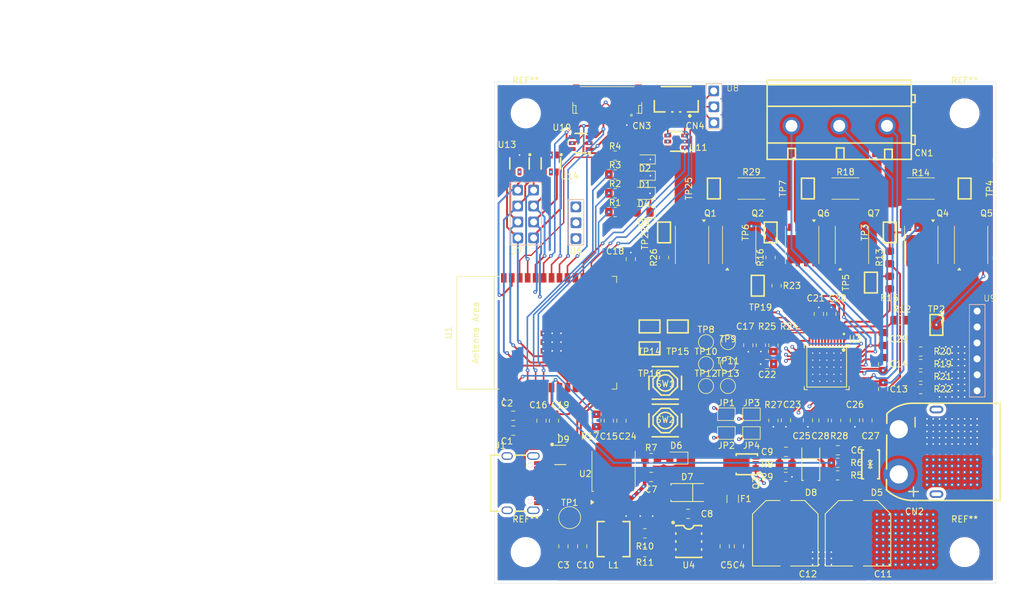
<source format=kicad_pcb>
(kicad_pcb (version 20241229) (generator "pcbnew") (generator_version "9.0")
  (layers (0 "F.Cu" signal) (4 "In1.Cu" signal) (6 "In2.Cu" signal) (2 "B.Cu" signal) (13 "F.Paste" user) (15 "B.Paste" user) (5 "F.SilkS" user "F.Silkscreen") (7 "B.SilkS" user "B.Silkscreen") (1 "F.Mask" user) (3 "B.Mask" user) (25 "Edge.Cuts" user))
  (net 0 "")
  (net 1 "W_BOOTSTRAP")
  (net 2 "DRIVER_W")
  (net 3 "V_BOOTSTRAP")
  (net 4 "DRIVER_V")
  (net 5 "GND")
  (net 6 "EN")
  (net 7 "CURRENT_U")
  (net 8 "BOOT")
  (net 9 "CURRENT_V")
  (net 10 "CURRENT_W")
  (net 11 "DRIVER_U")
  (net 12 "U_BOOTSTRAP")
  (net 13 "U_SENSE")
  (net 14 "W_SENSE")
  (net 15 "V_SENSE")
  (net 18 "16.8V_BUS")
  (net 19 "Net-(D7-K)")
  (net 20 "/Power Management/SOFTSTART_PWR_IN")
  (net 21 "3.3V_BUS")
  (net 22 "USB_D -")
  (net 23 "USB_D +")
  (net 26 "Net-(U4-VIN)")
  (net 27 "DRIVER_CSN{slash}IDRV0")
  (net 28 "DRIVER_SCK{slash}IDRV1")
  (net 29 "DRIVER_SDI{slash}AMPL")
  (net 30 "DRIVER_SDO{slash}SINGLE")
  (net 31 "Net-(Q1-G)")
  (net 32 "Net-(Q2-G)")
  (net 33 "Net-(Q3-G)")
  (net 34 "Net-(Q4-G)")
  (net 35 "Net-(Q5-G)")
  (net 36 "Net-(Q6-G)")
  (net 37 "Net-(Q7-G)")
  (net 38 "W_LOWSIDE_GATE")
  (net 39 "W_HIGHSIDE_GATE")
  (net 40 "V_LOWSIDE_GATE")
  (net 41 "V_HIGHSIDE_GATE")
  (net 42 "+3.3V")
  (net 43 "U_LOWSIDE_GATE")
  (net 44 "U_HIGHSIDE_GATE")
  (net 49 "5V_BUS")
  (net 50 "GPIO48")
  (net 51 "GPIO36")
  (net 53 "STATUS_1")
  (net 54 "LIPO_FAULT")
  (net 55 "GPIO35")
  (net 56 "W_LOWSIDE")
  (net 57 "ENCODER_MISO")
  (net 58 "GPIO17")
  (net 60 "GPIO47")
  (net 61 "U_LOWSIDE")
  (net 62 "W_HIGHSIDE")
  (net 63 "V_LOWSIDE")
  (net 64 "GPIO44")
  (net 65 "ENCODER_CSN")
  (net 66 "GPIO16")
  (net 67 "GPIO37")
  (net 68 "GPIO43")
  (net 69 "ENCODER_MOSI")
  (net 71 "ENCODER_CLK")
  (net 72 "STATUS_2")
  (net 73 "LIPO_VOLT_SENS")
  (net 74 "DRV_FAULT")
  (net 75 "GPIO18")
  (net 76 "V_HIGHSIDE")
  (net 77 "GPIO01")
  (net 78 "DRV_ENABLE")
  (net 79 "U_HIGHSIDE")
  (net 80 "CURRENT_SENS_VOFS")
  (net 83 "VOLTAGE_CHARGE_PUMP")
  (net 84 "CHARGE_CAPACITOR_OUTPUT")
  (net 85 "Net-(U3-SPE)")
  (net 86 "Net-(U3-5VOUT)")
  (net 88 "Net-(U3-12VOUT)")
  (net 91 "CHARGE_CAPACITOR_INPUT")
  (net 95 "Net-(U4-VSENSE)")
  (net 96 "Net-(U4-BOOT)")
  (net 99 "Net-(C28-Pad2)")
  (net 100 "Net-(D1-A)")
  (net 101 "Net-(D2-A)")
  (net 102 "Net-(D3-A)")
  (net 103 "Net-(D4-A)")
  (net 104 "Net-(D6-A)")
  (footprint "TestPoint:TestPoint_Pad_D2.0mm" (layer "F.Cu") (at 147.25 105)
    (property "Reference" "TP11")
    (property "Value" "TestPoint")
  )
  (footprint "Capacitor_SMD:C_0805_2012Metric_Pad1.18x1.45mm_HandSolder" (layer "F.Cu") (at 161.75 97 90)
    (property "Reference" "C21")
    (property "Value" "2.2uF")
  )
  (footprint "easyeda2kicad:CAP-SMD_BD10.0-L10.3-W10.3-LS11.0-FD" (layer "F.Cu") (at 168 132 -90)
    (property "Reference" "C11")
    (property "Value" "RVT1E471M1010-C3351")
  )
  (footprint "easyeda2kicad:CONN-TH_XT60PW-M" (layer "F.Cu") (at 177.5 119.00012 180)
    (property "Reference" "CN2")
    (property "Value" "XT60PW-M")
  )
  (footprint "TestPoint:TestPoint_Pad_D3.0mm" (layer "F.Cu") (at 122 129.5)
    (property "Reference" "TP1")
    (property "Value" "TestPoint")
  )
  (footprint "easyeda2kicad:SMD_RH-5015" (layer "F.Cu") (at 170.055 92 90)
    (property "Reference" "TP5")
    (property "Value" "LOW_GATE")
  )
  (footprint "easyeda2kicad:ESOP-8_L4.9-W3.9-P1.27-LS6.0-TL-EP" (layer "F.Cu") (at 141 133.31)
    (property "Reference" "U4")
    (property "Value" "TPS5430DDAR")
  )
  (footprint "Resistor_SMD:R_0805_2012Metric_Pad1.20x1.40mm_HandSolder" (layer "F.Cu") (at 135 120)
    (property "Reference" "R7")
    (property "Value" "150")
  )
  (footprint "TestPoint:TestPoint_Pad_D2.0mm" (layer "F.Cu") (at 143.75 108.5)
    (property "Reference" "TP12")
    (property "Value" "TestPoint")
  )
  (footprint "Resistor_SMD:R_0805_2012Metric_Pad1.20x1.40mm_HandSolder" (layer "F.Cu") (at 173.055 88 90)
    (property "Reference" "R13")
    (property "Value" "2.2")
  )
  (footprint "Resistor_SMD:R_0805_2012Metric_Pad1.20x1.40mm_HandSolder" (layer "F.Cu") (at 129.25 71.75)
    (property "Reference" "R4")
    (property "Value" "150")
  )
  (footprint "Capacitor_SMD:C_0805_2012Metric_Pad1.18x1.45mm_HandSolder" (layer "F.Cu") (at 113 115.62 180)
    (property "Reference" "C1")
    (property "Value" "10uF")
  )
  (footprint "easyeda2kicad:TQFP-48_L7.0-W7.0-P0.50-LS9.0-BL-EP" (layer "F.Cu") (at 163 105.5 180)
    (property "Reference" "U3")
    (property "Value" "TMC6200-TA-T")
  )
  (footprint "TestPoint:TestPoint_Pad_D2.0mm" (layer "F.Cu") (at 147.25 101.5)
    (property "Reference" "TP9")
    (property "Value" "TestPoint")
  )
  (footprint "easyeda2kicad:SMA_L4.3-W2.6-LS5.2-RD" (layer "F.Cu") (at 160.4625 120.97 -90)
    (property "Reference" "D8")
    (property "Value" "B340A-E3/61T")
  )
  (footprint "Jumper:SolderJumper-2_P1.3mm_Open_TrianglePad1.0x1.5mm" (layer "F.Cu") (at 151 113)
    (property "Reference" "JP3")
    (property "Value" "SolderJumper_2_Open")
  )
  (footprint "Capacitor_SMD:C_0805_2012Metric_Pad1.18x1.45mm_HandSolder" (layer "F.Cu") (at 119.5 114.03 -90)
    (property "Reference" "C19")
    (property "Value" "C")
  )
  (footprint "Capacitor_SMD:C_0805_2012Metric_Pad1.18x1.45mm_HandSolder" (layer "F.Cu") (at 113 113.25 180)
    (property "Reference" "C2")
    (property "Value" "0.1uF")
  )
  (footprint "Resistor_SMD:R_0805_2012Metric_Pad1.20x1.40mm_HandSolder" (layer "F.Cu") (at 174.75 98)
    (property "Reference" "R12")
    (property "Value" "2.2")
  )
  (footprint "easyeda2kicad:SMD_RH-5015" (layer "F.Cu") (at 139.25 99 180)
    (property "Reference" "TP15")
    (property "Value" "TestPoint")
  )
  (footprint "LED_SMD:LED_0603_1608Metric_Pad1.05x0.95mm_HandSolder" (layer "F.Cu") (at 134 74.95 180)
    (property "Reference" "D1")
    (property "Value" "LED")
  )
  (footprint "Capacitor_SMD:C_0805_2012Metric_Pad1.18x1.45mm_HandSolder" (layer "F.Cu") (at 121 134.07 -90)
    (property "Reference" "C3")
    (property "Value" "10uF")
  )
  (footprint "easyeda2kicad:SMD_RH-5015" (layer "F.Cu") (at 154.055 84 90)
    (property "Reference" "TP6")
    (property "Value" "HIGH_GATE")
  )
  (footprint "easyeda2kicad:SMA_L4.3-W2.6-LS5.2-RD" (layer "F.Cu") (at 140.75 125.5 180)
    (property "Reference" "D7")
    (property "Value" "B340A-E3/61T")
  )
  (footprint "Capacitor_SMD:C_0805_2012Metric_Pad1.18x1.45mm_HandSolder" (layer "F.Cu") (at 169.5 113.97 90)
    (property "Reference" "C27")
    (property "Value" "100nF 16V")
  )
  (footprint "MountingHole:MountingHole_4.3mm_M4" (layer "F.Cu") (at 185 65)
    (property "Reference" "REF**")
    (property "Value" "MountingHole_4.3mm_M4")
  )
  (footprint "easyeda2kicad:SMD_RH-5015" (layer "F.Cu") (at 134.75 102.5 180)
    (property "Reference" "TP16")
    (property "Value" "TestPoint")
  )
  (footprint "easyeda2kicad:SOT-23-6_L2.9-W1.6-P0.95-LS2.8-BR" (layer "F.Cu") (at 123.75 69.75)
    (property "Reference" "U10")
    (property "Value" "SRV05-4-HXY")
  )
  (footprint "easyeda2kicad:CAP-SMD_BD10.0-L10.3-W10.3-LS11.0-FD" (layer "F.Cu") (at 156.4 132 -90)
    (property "Reference" "C12")
    (property "Value" "RVT1E471M1010-C3351")
  )
  (footprint "PCM_Espressif:ESP32-S3-WROOM-1" (layer "F.Cu") (at 119.75 100 90)
    (property "Reference" "U1")
    (property "Value" "ESP32-S3-WROOM-1")
  )
  (footprint "Package_TO_SOT_SMD:TO-252-2" (layer "F.Cu") (at 129 122 90)
    (property "Reference" "U2")
    (property "Value" "AP7363-33D-13")
  )
  (footprint "easyeda2kicad:CONN-TH_3P-P7.62_DB910-7.62-3P" (layer "F.Cu") (at 165 67.35 180)
    (property "Reference" "CN1")
    (property "Value" "DB910-7.62-3P")
  )
  (footprint "easyeda2kicad:CONN-TH_SM06B-GHS-TB-LF-SN" (layer "F.Cu") (at 128 63.5 180)
    (property "Reference" "CN3")
    (property "Value" "SM06B-GHS-TB(LF)(SN)")
  )
  (footprint "easyeda2kicad:SOT-23-6_L2.9-W1.6-P0.95-LS2.8-BR" (layer "F.Cu") (at 139 69.5)
    (property "Reference" "U11")
    (property "Value" "SRV05-4-HXY")
  )
  (footprint "TestPoint:TestPoint_Pad_D2.0mm" (layer "F.Cu") (at 147.25 108.5)
    (property "Reference" "TP13")
    (property "Value" "TestPoint")
  )
  (footprint "TestPoint:TestPoint_Pad_D2.0mm" (layer "F.Cu") (at 143.75 101.5)
    (property "Reference" "TP8")
    (property "Value" "TestPoint")
  )
  (footprint "Capacitor_SMD:C_0805_2012Metric_Pad1.18x1.45mm_HandSolder" (layer "F.Cu") (at 140.9 128.9)
    (property "Reference" "C8")
    (property "Value" "0.01uF")
  )
  (footprint "Resistor_SMD:R_0805_2012Metric_Pad1.20x1.40mm_HandSolder" (layer "F.Cu") (at 154.5 114 -90)
    (property "Reference" "R27")
    (property "Value" "10K")
  )
  (footprint "LED_SMD:LED_0805_2012Metric_Pad1.15x1.40mm_HandSolder" (layer "F.Cu") (at 133.8 77.765 180)
    (property "Reference" "D4")
    (property "Value" "LED")
  )
  (footprint "Resistor_SMD:R_0805_2012Metric_Pad1.20x1.40mm_HandSolder" (layer "F.Cu") (at 155 92.5 90)
    (property "Reference" "R23")
    (property "Value" "2.2")
  )
  (footprint "Capacitor_SMD:C_0805_2012Metric_Pad1.18x1.45mm_HandSolder" (layer "F.Cu") (at 150.5 102 -90)
    (property "Reference" "C17")
    (property "Value" "0.1uF")
  )
  (footprint "Package_SON:Infineon_PG-TDSON-8_6.15x5.15mm" (layer "F.Cu") (at 167.055 86 90)
    (property "Reference" "Q7")
    (property "Value" "N_FET_ISC0602NLS")
  )
  (footprint "easyeda2kicad:IND-SMD_L5.5-W5.2" (layer "F.Cu") (at 129 132.925 -90)
    (property "Reference" "L1")
    (property "Value" "22uH")
  )
  (footprint "Capacitor_SMD:C_0805_2012Metric_Pad1.18x1.45mm_HandSolder" (layer "F.Cu") (at 164.78 118.75)
    (property "Reference" "C6")
    (property "Value" "100uF")
  )
  (footprint "Capacitor_SMD:C_0805_2012Metric_Pad1.18x1.45mm_HandSolder" (layer "F.Cu") (at 124 134.07 -90)
    (property "Reference" "C10")
    (property "Value" "220uF")
  )
  (footprint "Capacitor_SMD:C_0805_2012Metric_Pad1.18x1.45mm_HandSolder" (layer "F.Cu") (at 131.75 88.25 90)
    (property "Reference" "C18")
    (property "Value" "0.1uF")
  )
  (footprint "Resistor_SMD:R_2512_6332Metric_Pad1.40x3.35mm_HandSolder" (layer "F.Cu") (at 178 77 180)
    (property "Reference" "R14")
    (property "Value" "10mR")
  )
  (footprint "easyeda2kicad:SMD_RH-5015" (layer "F.Cu") (at 180.5 98.75 -90)
    (property "Reference" "TP2")
    (property "Value" "LOW_GATE")
  )
  (footprint "Resistor_SMD:R_0805_2012Metric_Pad1.20x1.40mm_HandSolder" (layer "F.Cu") (at 156.4625 123)
    (property "Reference" "R9")
    (property "Value" "3.3K")
  )
  (footprint "Resistor_SMD:R_0805_2012Metric_Pad1.20x1.40mm_HandSolder" (layer "F.Cu") (at 134 132)
    (property "Reference" "R10")
    (property "Value" "10K")
  )
  (footprint "Capacitor_SMD:C_0805_2012Metric_Pad1.18x1.45mm_HandSolder" (layer "F.Cu") (at 172 109 90)
    (property "Reference" "C13")
    (property "Value" "470nF 16V")
  )
  (footprint "Resistor_SMD:R_0805_2012Metric_Pad1.20x1.40mm_HandSolder" (layer "F.Cu") (at 178 105)
    (property "Reference" "R19")
    (property "Value" "10K")
  )
  (footprint "easyeda2kicad:SMD_RH-5015" (layer "F.Cu") (at 134.75 99 180)
    (property "Reference" "TP14")
    (property "Value" "TestPoint")
  )
  (footprint "LED_SMD:LED_0603_1608Metric_Pad1.05x0.95mm_HandSolder" (layer "F.Cu") (at 134 72.36 180)
    (property "Reference" "D2")
    (property "Value" "LED")
  )
  (footprint "Capacitor_SMD:C_0805_2012Metric_Pad1.18x1.45mm_HandSolder" (layer "F.Cu") (at 172 105 -90)
    (property "Reference" "C14")
    (property "Value" "470nF 16V")
  )
  (footprint "Package_SON:Infineon_PG-TDSON-8_6.15x5.15mm" (layer "F.Cu") (at 178.055 86 -90)
    (property "Reference" "Q4")
    (property "Value" "N_FET_ISC0602NLS")
  )
  (footprint "Jumper:SolderJumper-2_P1.3mm_Open_TrianglePad1.0x1.5mm" (layer "F.Cu") (at 147 113)
    (property "Reference" "JP1")
    (property "Value" "SolderJumper_2_Open")
  )
  (footprint "MountingHole:MountingHole_4.3mm_M4" (layer "F.Cu") (at 115 65)
    (property "Reference" "REF**")
    (property "Value" "MountingHole_4.3mm_M4")
  )
  (footprint "Capacitor_SMD:C_0805_2012Metric_Pad1.18x1.45mm_HandSolder" (layer "F.Cu") (at 149 134.07 -90)
    (property "Reference" "C4")
    (property "Value" "4.7uF")
  )
  (footprint "Resistor_SMD:R_0805_2012Metric_Pad1.20x1.40mm_HandSolder" (layer "F.Cu") (at 129.25 74.75)
    (property "Reference" "R3")
    (property "Value" "150")
  )
  (footprint "Project_BLDC_Foorprint_Library:1x3 Male Headers" (layer "F.Cu") (at 123 82.5 180)
    (property "Reference" "U6")
    (property "Value" "~")
  )
  (footprint "easyeda2kicad:SMD_RH-5015" (layer "F.Cu") (at 137.055 84 90)
    (property "Reference" "TP22")
    (property "Value" "HIGH_GATE")
  )
  (footprint "Capacitor_SMD:C_0805_2012Metric_Pad1.18x1.45mm_HandSolder" (layer "F.Cu") (at 156.5 119)
    (property "Reference" "C9")
    (property "Value" "100uF")
  )
  (footprint "Capacitor_SMD:C_0805_2012Metric_Pad1.18x1.45mm_HandSolder" (layer "F.Cu") (at 135 123)
    (property "Reference" "C7")
    (property "Value" "10uF")
  )
  (footprint "MountingHole:MountingHole_4.3mm_M4" (layer "F.Cu") (at 115 135)
    (property "Reference" "REF**")
    (property "Value" "MountingHole_4.3mm_M4")
  )
  (footprint "Resistor_SMD:R_0805_2012Metric_Pad1.20x1.40mm_HandSolder" (layer "F.Cu") (at 129.25 77.75)
    (property "Reference" "R2")
    (property "Value" "150")
  )
  (footprint "Resistor_SMD:R_0805_2012Metric_Pad1.20x1.40mm_HandSolder" (layer "F.Cu") (at 164.5 114 90)
    (property "Reference" "R28")
    (property "Value" "47")
  )
  (footprint "Resistor_SMD:R_2512_6332Metric_Pad1.40x3.35mm_HandSolder" (layer "F.Cu") (at 151 77)
    (property "Reference" "R29")
    (property "Value" "10mR")
  )
  (footprint "LED_SMD:LED_0805_2012Metric_Pad1.15x1.40mm_HandSolder" (layer "F.Cu") (at 139 120 180)
    (property "Reference" "D6")
    (property "Value" "LED")
  )
  (footprint "Resistor_SMD:R_0805_2012Metric_Pad1.20x1.40mm_HandSolder" (layer "F.Cu") (at 164.75 122.75 180)
    (property "Reference" "R5")
    (property "Value" "10K")
  )
  (footprint "Capacitor_SMD:C_0805_2012Metric_Pad1.18x1.45mm_HandSolder" (layer "F.Cu") (at 146.73 134.07 -90)
    (property "Reference" "C5")
    (property "Value" "4.7uF")
  )
  (footprint "Package_SON:Infineon_PG-TDSON-8_6.15x5.15mm" (layer "F.Cu") (at 149.055 86 90)
    (property "Reference" "Q2")
    (property "Value" "N_FET_ISC0602NLS")
  )
  (footprint "Resistor_SMD:R_2512_6332Metric_Pad1.40x3.35mm_HandSolder" (layer "F.Cu") (at 166 77)
    (property "Reference" "R18")
    (property "Value" "10mR")
  )
  (footprint "Capacitor_SMD:C_0805_2012Metric_Pad1.18x1.45mm_HandSolder" (layer "F.Cu") (at 153.5 105 180)
    (property "Reference" "C22")
    (property "Value" "0.1uF")
  )
  (footprint "Project_BLDC_Foorprint_Library:1x6 Male Headers" (layer "F.Cu") (at 187 103 180)
    (property "Reference" "U9")
    (property "Value" "Male Headers")
  )
  (footprint "Capacitor_SMD:C_0805_2012Metric_Pad1.18x1.45mm_HandSolder" (layer "F.Cu") (at 128.25 114.03 90)
    (property "Reference" "C15")
    (property "Value" "0.1uF")
  )
  (footprint "Jumper:SolderJumper-2_P1.3mm_Open_TrianglePad1.0x1.5mm" (layer "F.Cu") (at 147 116)
    (property "Reference" "JP2")
    (property "Value" "SolderJumper_2_Open")
  )
  (footprint "Resistor_SMD:R_0805_2012Metric_Pad1.20x1.40mm_HandSolder" (layer "F.Cu") (at 152.5 102 -90)
    (property "Reference" "R25")
    (property "Value" "10K")
  )
  (footprint "easyeda2kicad:SW-SMD_4P-L5.2-W5.2-P3.70-LS6.5" (layer "F.Cu") (at 137.25 114)
    (property "Reference" "SW1")
    (property "Value" "SW_MEC_5E")
  )
  (footprint "easyeda2kicad:SMD_RH-5015" (layer "F.Cu") (at 152 92.5 -90)
    (property "Reference" "TP19")
    (property "Value" "LOW_GATE")
  )
  (footprint "Capacitor_SMD:C_0805_2012Metric_Pad1.18x1.45mm_HandSolder" (layer "F.Cu") (at 163.75 97 90)
    (property "Reference" "C20")
    (property "Value" "4.7uF")
  )
  (footprint "Package_SON:Infineon_PG-TDSON-8_6.15x5.15mm" (layer "F.Cu") (at 159.055 86 -90)
    (property "Reference" "Q6")
    (property "Value" "N_FET_ISC0602NLS")
  )
  (footprint "TestPoint:TestPoint_Pad_D2.0mm" (layer "F.Cu") (at 143.75 105)
    (property "Reference" "TP10")
    (property "Value" "TestPoint")
  )
  (footprint "easyeda2kicad:SOT-23-6_L2.9-W1.6-P0.95-LS2.8-BL" (layer "F.Cu") (at 120.5 119.5 -90)
    (property "Reference" "D9")
    (property "Value" "USBLC6-2SC6")
  )
  (footprint "easyeda2kicad:SW-SMD_4P-L5.2-W5.2-P3.70-LS6.5" (layer "F.Cu") (at 137.25 108 180)
    (property "Reference" "SW2")
    (property "Value" "SW_MEC_5E")
  )
  (footprint "easyeda2kicad:SOT-23-6_L2.9-W1.6-P0.95-LS2.8-BR" (layer "F.Cu") (at 114 73 90)
    (property "Reference" "U13")
    (property "Value" "SRV05-4-HXY")
  )
  (footprint "Resistor_SMD:R_0805_2012Metric_Pad1.20x1.40mm_HandSolder" (layer "F.Cu") (at 173.055 92 90)
    (property "Reference" "R15")
    (property "Value" "2.2")
  )
  (footprint "Resistor_SMD:R_0805_2012Metric_Pad1.20x1.40mm_HandSolder" (layer "F.Cu") (at 178 109)
    (property "Reference" "R22")
    (property "Value" "10K")
  )
  (footprint "easyeda2kicad:SMA_L4.4-W2.8-LS5.1-BI" (layer "F.Cu") (at 170 121 -90)
    (property "Reference" "D5")
    (property "Value" "SMAJ18CA_C908822")
  )
  (footprint "easyeda2kicad:POWERPAK-1212-8_L3.3-W3.3-P0.65-BL-EP" (layer "F.Cu") (at 150.25 121 90)
    (property "Reference" "Q3")
    (property "Value" "SI7129DN-T1-GE3")
  )
  (footprint "Resistor_SMD:R_0805_2012Metric_Pad1.20x1.40mm_HandSolder" (layer "F.Cu") (at 154.055 88 90)
    (property "Reference" "R16")
    (property "Value" "2.2")
  )
  (footprint "Capacitor_SMD:C_0805_2012Metric_Pad1.18x1.45mm_HandSolder" (layer "F.Cu") (at 160 113.97 -90)
    (property "Reference" "C25")
    (property "Value" "0.1uF 50V")
  )
  (footprint "LED_SMD:LED_0805_2012Metric_Pad1.15x1.40mm_HandSolder" (layer "F.Cu") (at 133.8 80.805 180)
    (property "Reference" "D3")
    (property "Value" "LED")
  )
  (footprint "Resistor_SMD:R_0805_2012Metric_Pad1.20x1.40mm_HandSolder" (layer "F.Cu") (at 178 107)
    (property "Reference" "R21")
    (property "Value" "10K")
  )
  (footprint "Resistor_SMD:R_0805_2012Metric_Pad1.20x1.40mm_HandSolder" (layer "F.Cu") (at 126.25 114 -90)
    (property "Reference" "R17")
    (property "Value" "10K")
  )
  (footprint "Project_BLDC_Foorprint_Library:1x3 Male Headers" (layer "F.Cu") (at 145 64 180)
    (property "Reference" "U8")
    (property "Value" "~")
  )
  (footprint "Capacitor_SMD:C_0805_2012Metric_Pad1.18x1.45mm_HandSolder" (layer "F.Cu") (at 162.5 113.97 -90)
    (property "Reference" "C28")
    (property "Value" "22nF 100V")
  )
  (footprint "easyeda2kicad:SMD_RH-5015" (layer "F.Cu") (at 145 77 90)
    (property "Reference" "TP25")
    (property "Value" "OUTPUT_POINT")
  )
  (footprint "easyeda2kicad:USB-C_SMD-TYPE-C-31-M-12" (layer "F.Cu") (at 114.5 124 -90)
    (property "Reference" "J1")
    (property "Value" "USB_C_Receptacle_USB2.0_14P")
  )
  (footprint "Capacitor_SMD:C_0805_2012Metric_Pad1.18x1.45mm_HandSolder" (layer "F.Cu") (at 167.5 113.97 -90)
    (property "Reference" "C26")
    (property "Value" "0.1uF 50V")
  )
  (footprint "Resistor_SMD:R_0805_2012Metric_Pad1.20x1.40mm_HandSolder" (layer "F.Cu") (at 178 103)
    (property "Reference" "R20")
    (property "Value" "10K")
  )
  (footprint "Package_SON:Infineon_PG-TDSON-8_6.15x5.15mm" (layer "F.Cu") (at 141.5 86 -90)
    (property "Reference" "Q1")
    (property "Value" "N_FET_ISC0602NLS")
  )
  (footprint "Jumper:SolderJumper-2_P1.3mm_Open_TrianglePad1.0x1.5mm" (layer "F.Cu") (at 151 116)
    (property "Reference" "JP4")
    (property "Value" "SolderJumper_2_Open")
  )
  (footprint "Resistor_SMD:R_0805_2012Metric_Pad1.20x1.40mm_HandSolder" (layer "F.Cu") (at 134 135 180)
    (property "Reference" "R11")
    (property "Value" "3.3K")
  )
  (footprint "Project_BLDC_Foorprint_Library:2x4 Male Headers" (layer "F.Cu") (at 115 81)
    (property "Reference" "U7")
    (property "Value" "8x Male Headers")
  )
  (footprint "Resistor_SMD:R_0805_2012Metric_Pad1.20x1.40mm_HandSolder" (layer "F.Cu") (at 137.055 88 90)
    (property "Reference" "R26")
    (property "Value" "2.2")
  )
  (footprint "Package_SON:Infineon_PG-TDSON-8_6.15x5.15mm" (layer "F.Cu") (at 186.055 86 90)
    (property "Reference" "Q5")
    (property "Value" "N_FET_ISC0602NLS")
  )
  (footprint "Capacitor_SMD:C_0805_2012Metric_Pad1.18x1.45mm_HandSolder" (layer "F.Cu") (at 130.25 114.03 -90)
    (property "Reference" "C24")
    (property "Value" "C")
  )
  (footprint "Fuse:Fuse_1206_3216Metric_Pad1.42x1.75mm_HandSolder" (layer "F.Cu") (at 148 126.5 -90)
    (property "Reference" "F1")
    (property "Value" "1A Fuse")
  )
  (footprint "easyeda2kicad:SOT-23-6_L2.9-W1.6-P0.95-LS2.8-BR" (layer "F.Cu") (at 119 73 90)
    (property "Reference" "U14")
    (property "Value" "SRV05-4-HXY")
  )
  (footprint "easyeda2kicad:SMD_RH-5015" (layer "F.Cu") (at 160 77 90)
    (property "Reference" "TP7")
    (property "Value" "OUTPUT_POINT")
  )
  (footprint "easyeda2kicad:SMD_RH-5015" (layer "F.Cu") (at 185 77 -90)
    (property "Reference" "TP4")
    (property "Value" "OUTPUT_POINT")
  )
  (footprint "Capacitor_SMD:C_0805_2012Metric_Pad1.18x1.45mm_HandSolder" (layer "F.Cu") (at 117.5 114.03 -90)
    (property "Reference" "C16")
    (property "Value" "C")
  )
  (footprint "Resistor_SMD:R_0805_2012Metric_Pad1.20x1.40mm_HandSolder" (layer "F.Cu") (at 154.5 102 90)
    (property "Reference" "R24")
    (property "Value" "10K")
  )
  (footprint "Resistor_SMD:R_0805_2012Metric_Pad1.20x1.40mm_HandSolder" (layer "F.Cu") (at 156.4625 121 180)
    (property "Reference" "R8")
    (property "Value" "10K")
  )
  (footprint "Capacitor_SMD:C_0805_2012Metric_Pad1.18x1.45mm_HandSolder" (layer "F.Cu") (at 172 101 -90)
    (property "Reference" "C29")
    (property "Value" "470nF 16V")
  )
  (footprint "Resistor_SMD:R_0805_2012Metric_Pad1.20x1.40mm_HandSolder" (layer "F.Cu") (at 129.25 80.75)
    (property "Reference" "R1")
    (property "Value" "150")
  )
  (footprint "Capacitor_SMD:C_0805_2012Metric_Pad1.18x1.45mm_HandSolder" (layer "F.Cu") (at 156.5 113.97 -90)
    (property "Reference" "C23")
    (property "Value" "0.1uF")
  )
  (footprint "Resistor_SMD:R_0805_2012Metric_Pad1.20x1.40mm_HandSolder" (layer "F.Cu") (at 164.75 120.75)
    (property "Reference" "R6")
    (property "Value" "1K")
  )
  (footprint "easyeda2kicad:CONN-TH_SM03B-GHS-TB-LF-SN" (layer "F.Cu") (at 139 63.5 180)
    (property "Reference" "CN4")
    (property "Value" "SM03B-GHS-TB(LF)(SN)")
  )
  (footprint "easyeda2kicad:SMD_RH-5015" (layer "F.Cu") (at 173.055 84 90)
    (property "Reference" "TP3")
    (property "Value" "HIGH_GATE")
  )
  (footprint "MountingHole:MountingHole_4.3mm_M4" (layer "F.Cu") (at 185 135)
    (property "Reference" "REF**")
    (property "Value" "MountingHole_4.3mm_M4")
  )
  (gr_rect (start 110 60) (end 190 140) (stroke (width 0.05)) (fill no) (layer "Edge.Cuts"))
  (segment (start 166.0875 110.0375) (end 165.75 109.7) (width 0.3) (layer "F.Cu") (net 1))
  (segment (start 172 110.0375) (end 166.0875 110.0375) (width 0.3) (layer "F.Cu") (net 1))
  (segment (start 167.2 107.75) (end 171.7875 107.75) (width 0.3) (layer "F.Cu") (net 2))
  (segment (start 171.7875 107.75) (end 172 107.9625) (width 0.3) (layer "F.Cu") (net 2))
  (via (at 177.5 83.25) (size 0.6) (drill 0.3) (layers "F.Cu" "B.Cu") (net 2))
  (via (at 172 107.9625) (size 0.6) (drill 0.3) (layers "F.Cu" "B.Cu") (net 2))
  (segment (start 175.25 85.5) (end 177.5 83.25) (width 0.3) (layer "B.Cu") (net 2))
  (segment (start 172 107.9625) (end 173.2875 107.9625) (width 0.3) (layer "B.Cu") (net 2))
  (segment (start 173.2875 107.9625) (end 175.25 106) (width 0.3) (layer "B.Cu") (net 2))
  (segment (start 175.25 106) (end 175.25 85.5) (width 0.3) (layer "B.Cu") (net 2))
  (segment (start 168.53619 104.741) (end 169.02719 104.25) (width 0.3) (layer "F.Cu") (net 3))
  (segment (start 171.7125 104.25) (end 172 103.9625) (width 0.3) (layer "F.Cu") (net 3))
  (segment (start 167.2 104.75) (end 167.209 104.741) (width 0.3) (layer "F.Cu") (net 3))
  (segment (start 169.02719 104.25) (end 171.7125 104.25) (width 0.3) (layer "F.Cu") (net 3))
  (segment (start 167.209 104.741) (end 168.53619 104.741) (width 0.3) (layer "F.Cu") (net 3))
  (segment (start 167.2 105.75) (end 171.7125 105.75) (width 0.3) (layer "F.Cu") (net 4))
  (segment (start 171.7125 105.75) (end 171.98125 106.01875) (width 0.3) (layer "F.Cu") (net 4))
  (segment (start 171.98125 106.01875) (end 172 106.0375) (width 0.3) (layer "F.Cu") (net 4))
  (via (at 171.98125 106.01875) (size 0.6) (drill 0.3) (layers "F.Cu" "B.Cu") (net 4))
  (via (at 169 83) (size 0.6) (drill 0.3) (layers "F.Cu" "B.Cu") (net 4))
  (segment (start 172.651 86.651) (end 169 83) (width 0.3) (layer "B.Cu") (net 4))
  (segment (start 171.98125 106.01875) (end 172.651 105.349) (width 0.3) (layer "B.Cu") (net 4))
  (segment (start 172.651 105.349) (end 172.651 86.651) (width 0.3) (layer "B.Cu") (net 4))
  (segment (start 117.365 120.65) (end 116.97 120.65) (width 0.3) (layer "F.Cu") (net 5))
  (segment (start 134.15 109.85) (end 135.6 109.85) (width 0.6) (layer "F.Cu") (net 5))
  (segment (start 120.236 116.25) (end 120.236 115.8035) (width 0.3) (layer "F.Cu") (net 5))
  (segment (start 119.902 119.5) (end 119.35 119.5) (width 0.3) (layer "F.Cu") (net 5))
  (segment (start 120.236 117.5) (end 120.236 119.166) (width 0.3) (layer "F.Cu") (net 5))
  (segment (start 135.6 109.85) (end 137.9 112.15) (width 0.6) (layer "F.Cu") (net 5))
  (segment (start 125.1 69.75) (end 124.498 69.75) (width 0.3) (layer "F.Cu") (net 5))
  (segment (start 119.35 119.5) (end 118.515 119.5) (width 0.3) (layer "F.Cu") (net 5))
  (segment (start 111.49 111.5) (end 111.49 115.1475) (width 0.6) (layer "F.Cu") (net 5))
  (segment (start 134.875 72.36) (end 134.875 80.755) (width 0.3) (layer "F.Cu") (net 5))
  (segment (start 117.5 115.0675) (end 119.5 115.0675) (width 0.3) (layer "F.Cu") (net 5))
  (segment (start 124.199 70.049) (end 124.199 71.351) (width 0.3) (layer "F.Cu") (net 5))
  (segment (start 118.515 119.5) (end 117.365 120.65) (width 0.3) (layer "F.Cu") (net 5))
  (segment (start 111.49 108.75) (end 111.49 110.5) (width 0.6) (layer "F.Cu") (net 5))
  (segment (start 165.8175 118.75) (end 165.8175 120.6825) (width 0.6) (layer "F.Cu") (net 5))
  (segment (start 111.49 115.1475) (end 111.9625 115.62) (width 0.6) (layer "F.Cu") (net 5))
  (segment (start 120.236 117.5) (end 120.236 116.25) (width 0.3) (layer "F.Cu") (net 5))
  (segment (start 116.97 127.35) (end 117.6 127.35) (width 0.3) (layer "F.Cu") (net 5))
  (segment (start 111.49 110.5) (end 111.49 111.5) (width 0.6) (layer "F.Cu") (net 5))
  (segment (start 131.13 66.87) (end 131.13 65.25) (width 0.3) (layer "F.Cu") (net 5))
  (segment (start 137.9 112.15) (end 140.35 112.15) (width 0.6) (layer "F.Cu") (net 5))
  (segment (start 134.875 80.755) (end 134.825 80.805) (width 0.3) (layer "F.Cu") (net 5))
  (segment (start 128.25 112.9925) (end 128.25 113.0675) (width 0.3) (layer "F.Cu") (net 5))
  (segment (start 165.8175 120.6825) (end 165.75 120.75) (width 0.6) (layer "F.Cu") (net 5))
  (segment (start 120.236 115.8035) (end 119.5 115.0675) (width 0.3) (layer "F.Cu") (net 5))
  (segment (start 170 118.8) (end 165.8675 118.8) (width 0.6) (layer "F.Cu") (net 5))
  (segment (start 126.649 71.351) (end 131.125 66.875) (width 0.3) (layer "F.Cu") (net 5))
  (segment (start 165.8675 118.8) (end 165.8175 118.75) (width 0.6) (layer "F.Cu") (net 5))
  (segment (start 131.125 66.875) (end 131.13 66.87) (width 0.3) (layer "F.Cu") (net 5))
  (segment (start 124.199 71.351) (end 126.649 71.351) (width 0.3) (layer "F.Cu") (net 5))
  (segment (start 120.236 119.166) (end 119.902 119.5) (width 0.3) (layer "F.Cu") (net 5))
  (segment (start 117.6 127.35) (end 118.5 128.25) (width 0.3) (layer "F.Cu") (net 5))
  (segment (start 124.498 69.75) (end 124.199 70.049) (width 0.3) (layer "F.Cu") (net 5))
  (segment (start 128.25 113.0675) (end 130.25 115.0675) (width 0.3) (layer "F.Cu") (net 5))
  (via (at 140.35 69.5) (size 0.6) (drill 0.25) (layers "F.Cu" "B.Cu") (net 5))
  (via (at 183 109.25) (size 0.6) (drill 0.25) (layers "F.Cu" "B.Cu") (net 5))
  (via (at 180 115.75) (size 0.6) (drill 0.25) (layers "F.Cu" "B.Cu") (net 5))
  (via (at 182 116.75) (size 0.6) (drill 0.25) (layers "F.Cu" "B.Cu") (net 5))
  (via (at 119.21 102.9) (size 0.6) (drill 0.25) (layers "F.Cu" "B.Cu") (net 5))
  (via (at 183 107.25) (size 0.6) (drill 0.25) (layers "F.Cu" "B.Cu") (net 5))
  (via (at 163.75 95.9625) (size 0.6) (drill 0.25) (layers "F.Cu" "B.Cu") (net 5))
  (via (at 181 103.25) (size 0.6) (drill 0.25) (layers "F.Cu" "B.Cu") (net 5))
  (via (at 185 115.75) (size 0.6) (drill 0.25) (layers "F.Cu" "B.Cu") (net 5))
  (via (at 181 108.25) (size 0.6) (drill 0.25) (layers "F.Cu" "B.Cu") (net 5))
  (via (at 185 106.25) (size 0.6) (drill 0.25) (layers "F.Cu" "B.Cu") (net 5))
  (via (at 156.5 115.0075) (size 0.6) (drill 0.25) (layers "F.Cu" "B.Cu") (net 5))
  (via (at 181 110.25) (size 0.6) (drill 0.25) (layers "F.Cu" "B.Cu") (net 5))
  (via (at 180 113.75) (size 0.6) (drill 0.25) (layers "F.Cu" "B.Cu") (net 5))
  (via (at 187 116.75) (size 0.6) (drill 0.25) (layers "F.Cu" "B.Cu") (net 5))
  (via (at 162.75 137) (size 0.6) (drill 0.25) (layers "F.Cu" "B.Cu") (net 5))
  (via (at 183 110.25) (size 0.6) (drill 0.25) (layers "F.Cu" "B.Cu") (net 5))
  (via (at 135.25 129.25) (size 0.6) (drill 0.25) (layers "F.Cu" "B.Cu") (net 5))
  (via (at 184 114.75) (size 0.6) (drill 0.25) (layers "F.Cu" "B.Cu") (net 5))
  (via (at 131.75 87.2125) (size 0.6) (drill 0.25) (layers "F.Cu" "B.Cu") (net 5))
  (via (at 184 110.25) (size 0.6) (drill 0.25) (layers "F.Cu" "B.Cu") (net 5))
  (via (at 185 109.25) (size 0.6) (drill 0.25) (layers "F.Cu" "B.Cu") (net 5))
  (via (at 120.236 117.5) (size 0.6) (drill 0.25) (layers "F.Cu" "B.Cu") (net 5))
  (via (at 180 117.75) (size 0.6) (drill 0.25) (layers "F.Cu" "B.Cu") (net 5))
  (via (at 184 106.25) (size 0.6) (drill 0.25) (layers "F.Cu" "B.Cu") (net 5))
  (via (at 131.125 66.875) (size 0.6) (drill 0.25) (layers "F.Cu" "B.Cu") (net 5))
  (via (at 157.4625 123) (size 0.6) (drill 0.25) (layers "F.Cu" "B.Cu") (net 5))
  (via (at 186 114.75) (size 0.6) (drill 0.25) (layers "F.Cu" "B.Cu") (net 5))
  (via (at 185 105.25) (size 0.6) (drill 0.25) (layers "F.Cu" "B.Cu") (net 5))
  (via (at 182 115.75) (size 0.6) (drill 0.25) (layers "F.Cu" "B.Cu") (net 5))
  (via (at 117.81 100.1) (size 0.6) (drill 0.25) (layers "F.Cu" "B.Cu") (net 5))
  (via (at 186 117.75) (size 0.6) (drill 0.25) (layers "F.Cu" "B.Cu") (net 5))
  (via (at 184 107.25) (size 0.6) (drill 0.25) (layers "F.Cu" "B.Cu") (net 5))
  (via (at 183 103.25) (size 0.6) (drill 0.25) (layers "F.Cu" "B.Cu") (net 5))
  (via (at 162.75 135) (size 0.6) (drill 0.25) (layers "F.Cu" "B.Cu") (net 5))
  (via (at 186 116.75) (size 0.6) (drill 0.25) (layers "F.Cu" "B.Cu") (net 5))
  (via (at 117.81 102.9) (size 0.6) (drill 0.25) (layers "F.Cu" "B.Cu") (net 5))
  (via (at 182 102.25) (size 0.6) (drill 0.25) (layers "F.Cu" "B.Cu") (net 5))
  (via (at 183 108.25) (size 0.6) (drill 0.25) (layers "F.Cu" "B.Cu") (net 5))
  (via (at 184 109.25) (size 0.6) (drill 0.25) (layers "F.Cu" "B.Cu") (net 5))
  (via (at 186 113.75) (size 0.6) (drill 0.25) (layers "F.Cu" "B.Cu") (net 5))
  (via (at 161.75 136) (size 0.6) (drill 0.25) (layers "F.Cu" "B.Cu") (net 5))
  (via (at 163.75 136) (size 0.6) (drill 0.25) (layers "F.Cu" "B.Cu") (net 5))
  (via (at 179 115.75) (size 0.6) (drill 0.25) (layers "F.Cu" "B.Cu") (net 5))
  (via (at 134.875 74.95) (size 0.6) (drill 0.25) (layers "F.Cu" "B.Cu") (net 5))
  (via (at 160 115.0075) (size 0.6) (drill 0.25) (layers "F.Cu" "B.Cu") (net 5))
  (via (at 119 71.65) (size 0.6) (drill 0.25) (layers "F.Cu" "B.Cu") (net 5))
  (via (at 182 117.75) (size 0.6) (drill 0.25) (layers "F.Cu" "B.Cu") (net 5))
  (via (at 120.61 100.1) (size 0.6) (drill 0.25) (layers "F.Cu" "B.Cu") (net 5))
  (via (at 185 108.25) (size 0.6) (drill 0.25) (layers "F.Cu" "B.Cu") (net 5))
  (via (at 183 102.25) (size 0.6) (drill 0.25) (layers "F.Cu" "B.Cu") (net 5))
  (via (at 184 117.75) (size 0.6) (drill 0.25) (layers "F.Cu" "B.Cu") (net 5))
  (via (at 161.75 137) (size 0.6) (drill 0.25) (layers "F.Cu" "B.Cu") (net 5))
  (via (at 182 103.25) (size 0.6) (drill 0.25) (layers "F.Cu" "B.Cu") (net 5))
  (via (at 184 105.25) (size 0.6) (drill 0.25) (layers "F.Cu" "B.Cu") (net 5))
  (via (at 181 106.25) (size 0.6) (drill 0.25) (layers "F.Cu" "B.Cu") (net 5))
  (via (at 185 110.25) (size 0.6) (drill 0.25) (layers "F.Cu" "B.Cu") (net 5))
  (via (at 183 106.25) (size 0.6) (drill 0.25) (layers "F.Cu" "B.Cu") (net 5))
  (via (at 183 113.75) (size 0.6) (drill 0.25) (layers "F.Cu" "B.Cu") (net 5))
  (via (at 181 105.25) (size 0.6) (drill 0.25) (layers "F.Cu" "B.Cu") (net 5))
  (via (at 152.4625 105) (size 0.6) (drill 0.25) (layers "F.Cu" "B.Cu") (net 5))
  (via (at 114 71.65) (size 0.6) (drill 0.25) (layers "F.Cu" "B.Cu") (net 5))
  (via (at 134.825 77.765) (size 0.6) (drill 0.25) (layers "F.Cu" "B.Cu") (net 5))
  (via (at 131 129.25) (size 0.6) (drill 0.25) (layers "F.Cu" "B.Cu") (net 5))
  (via (at 187 115.75) (size 0.6) (drill 0.25) (layers "F.Cu" "B.Cu") (net 5))
  (via (at 111.49 111.5) (size 0.6) (drill 0.25) (layers "F.Cu" "B.Cu") (net 5))
  (via (at 117.81 101.5) (size 0.6) (drill 0.25) (layers "F.Cu" "B.Cu") (net 5))
  (via (at 184 104.25) (size 0.6) (drill 0.25) (layers "F.Cu" "B.Cu") (net 5))
  (via (at 187 114.75) (size 0.6) (drill 0.25) (layers "F.Cu" "B.Cu") (net 5))
  (via (at 184 116.75) (size 0.6) (drill 0.25) (layers "F.Cu" "B.Cu") (net 5))
  (via (at 120.61 102.9) (size 0.6) (drill 0.25) (layers "F.Cu" "B.Cu") (net 5))
  (via (at 187 113.75) (size 0.6) (drill 0.25) (layers "F.Cu" "B.Cu") (net 5))
  (via (at 181 117.75) (size 0.6) (drill 0.25) (layers "F.Cu" "B.Cu") (net 5))
  (via (at 119.21 100.1) (size 0.6) (drill 0.25) (layers "F.Cu" "B.Cu") (net 5))
  (via (at 182 113.75) (size 0.6) (drill 0.25) (layers "F.Cu" "B.Cu") (net 5))
  (via (at 111.49 110.5) (size 0.6) (drill 0.25) (layers "F.Cu" "B.Cu") (net 5))
  (via (at 162.75 136) (size 0.6) (drill 0.25) (layers "F.Cu" "B.Cu") (net 5))
  (via (at 154.5 115) (size 0.6) (drill 0.25) (layers "F.Cu" "B.Cu") (net 5))
  (via (at 125.1 69.75) (size 0.6) (drill 0.25) (layers "F.Cu" "B.Cu") (net 5))
  (via (at 184 115.75) (size 0.6) (drill 0.25) (layers "F.Cu" "B.Cu") (net 5))
  (via (at 183 105.25) (size 0.6) (drill 0.25) (layers "F.Cu" "B.Cu") (net 5))
  (via (at 185 104.25) (size 0.6) (drill 0.25) (layers "F.Cu" "B.Cu") (net 5))
  (via (at 120.61 101.5) (size 0.6) (drill 0.25) (layers "F.Cu" "B.Cu") (net 5))
  (via (at 120.236 116.25) (size 0.6) (drill 0.25) (layers "F.Cu" "B.Cu") (net 5))
  (via (at 182 109.25) (size 0.6) (drill 0.25) (layers "F.Cu" "B.Cu") (net 5))
  (via (at 183 117.75) (size 0.6) (drill 0.25) (layers "F.Cu" "B.Cu") (net 5))
  (via (at 179 113.75) (size 0.6) (drill 0.25) (layers "F.Cu" "B.Cu") (net 5))
  (via (at 186 115.75) (size 0.6) (drill 0.25) (layers "F.Cu" "B.Cu") (net 5))
  (via (at 184 103.25) (size 0.6) (drill 0.25) (layers "F.Cu" "B.Cu") (net 5))
  (via (at 182 106.25) (size 0.6) (drill 0.25) (layers "F.Cu" "B.Cu") (net 5))
  (via (at 183 116.75) (size 0.6) (drill 0.25) (layers "F.Cu" "B.Cu") (net 5))
  (via (at 181 114.75) (size 0.6) (drill 0.25) (layers "F.Cu" "B.Cu") (net 5))
  (via (at 185 113.75) (size 0.6) (drill 0.25) (layers "F.Cu" "B.Cu") (net 5))
  (via (at 185 114.75) (size 0.6) (drill 0.25) (layers "F.Cu" "B.Cu") (net 5))
  (via (at 150.5 103.0375) (size 0.6) (drill 0.25) (layers "F.Cu" "B.Cu") (net 5))
  (via (at 181 104.25) (size 0.6) (drill 0.25) (layers "F.Cu" "B.Cu") (net 5))
  (via (at 180 116.75) (size 0.6) (drill 0.25) (layers "F.Cu" "B.Cu") (net 5))
  (via (at 183 104.25) (size 0.6) (drill 0.25) (layers "F.Cu" "B.Cu") (net 5))
  (via (at 181 115.75) (size 0.6) (drill 0.25) (layers "F.Cu" "B.Cu") (net 5))
  (via (at 163.75 137) (size 0.6) (drill 0.25) (layers "F.Cu" "B.Cu") (net 5))
  (via (at 180 114.75) (size 0.6) (drill 0.25) (layers "F.Cu" "B.Cu") (net 5))
  (via (at 182 107.25) (size 0.6) (drill 0.25) (layers "F.Cu" "B.Cu") (net 5))
  (via (at 133.25 129.25) (size 0.6) (drill 0.25) (layers "F.Cu" "B.Cu") (net 5))
  (via (at 160.75 136) (size 0.6) (drill 0.25) (layers "F.Cu" "B.Cu") (net 5))
  (via (at 161.75 95.9625) (size 0.6) (drill 0.25) (layers "F.Cu" "B.Cu") (net 5))
  (via (at 185 102.25) (size 0.6) (drill 0.25) (layers "F.Cu" "B.Cu") (net 5))
  (via (at 179 117.75) (size 0.6) (drill 0.25) (layers "F.Cu" "B.Cu") (net 5))
  (via (at 184 102.25) (size 0.6) (drill 0.25) (layers "F.Cu" "B.Cu") (net 5))
  (via (at 161.75 135) (size 0.6) (drill 0.25) (layers "F.Cu" "B.Cu") (net 5))
  (via (at 183 115.75) (size 0.6) (drill 0.25) (layers "F.Cu" "B.Cu") (net 5))
  (via (at 185 107.25) (size 0.6) (drill 0.25) (layers "F.Cu" "B.Cu") (net 5))
  (via (at 160.75 135) (size 0.6) (drill 0.25) (layers "F.Cu" "B.Cu") (net 5))
  (via (at 134.875 72.36) (size 0.6) (drill 0.25) (layers "F.Cu" "B.Cu") (net 5))
  (via (at 182 105.25) (size 0.6) (drill 0.25) (layers "F.Cu" "B.Cu") (net 5))
  (via (at 181 116.75) (size 0.6) (drill 0.25) (layers "F.Cu" "B.Cu") (net 5))
  (via (at 167.5 115.0075) (size 0.6) (drill 0.25) (layers "F.Cu" "B.Cu") (net 5))
  (via (at 160.75 137) (size 0.6) (drill 0.25) (layers "F.Cu" "B.Cu") (net 5))
  (via (at 184 108.25) (size 0.6) (drill 0.25) (layers "F.Cu" "B.Cu") (net 5))
  (via (at 182 108.25) (size 0.6) (drill 0.25) (layers "F.Cu" "B.Cu") (net 5))
  (via (at 183 114.75) (size 0.6) (drill 0.25) (layers "F.Cu" "B.Cu") (net 5))
  (via (at 182 104.25) (size 0.6) (drill 0.25) (layers "F.Cu" "B.Cu") (net 5))
  (via (at 185 103.25) (size 0.6) (drill 0.25) (layers "F.Cu" "B.Cu") (net 5))
  (via (at 187 117.75) (size 0.6) (drill 0.25) (layers "F.Cu" "B.Cu") (net 5))
  (via (at 182 110.25) (size 0.6) (drill 0.25) (layers "F.Cu" "B.Cu") (net 5))
  (via (at 181 107.25) (size 0.6) (drill 0.25) (layers "F.Cu" "B.Cu") (net 5))
  (via (at 182 114.75) (size 0.6) (drill 0.25) (layers "F.Cu" "B.Cu") (net 5))
  (via (at 185 117.75) (size 0.6) (drill 0.25) (layers "F.Cu" "B.Cu") (net 5))
  (via (at 119.21 101.5) (size 0.6) (drill 0.25) (layers "F.Cu" "B.Cu") (net 5))
  (via (at 184 113.75) (size 0.6) (drill 0.25) (layers "F.Cu" "B.Cu") (net 5))
  (via (at 152.5 103) (size 0.6) (drill 0.25) (layers "F.Cu" "B.Cu") (net 5))
  (via (at 179 114.75) (size 0.6) (drill 0.25) (layers "F.Cu" "B.Cu") (net 5))
  (via (at 163.75 135) (size 0.6) (drill 0.25) (layers "F.Cu" "B.Cu") (net 5))
  (via (at 185 116.75) (size 0.6) (drill 0.25) (layers "F.Cu" "B.Cu") (net 5))
  (via (at 181 102.25) (size 0.6) (drill 0.25) (layers "F.Cu" "B.Cu") (net 5))
  (via (at 179 116.75) (size 0.6) (drill 0.25) (layers "F.Cu" "B.Cu") (net 5))
  (via (at 181 109.25) (size 0.6) (drill 0.25) (layers "F.Cu" "B.Cu") (net 5))
  (via (at 181 113.75) (size 0.6) (drill 0.25) (layers "F.Cu" "B.Cu") (net 5))
  (via (at 118.5 128.25) (size 0.6) (drill 0.25) (layers "F.Cu" "B.Cu") (net 5))
  (segment (start 129.3385 116.156) (end 128.25 115.0675) (width 0.6) (layer "F.Cu") (net 6))
  (segment (start 128.25 115.0675) (end 126.3175 115.0675) (width 0.6) (layer "F.Cu") (net 6))
  (segment (start 126.3175 115.0675) (end 126.25 115) (width 0.6) (layer "F.Cu") (net 6))
  (segment (start 134.15 115.85) (end 133.844 116.156) (width 0.6) (layer "F.Cu") (net 6))
  (segment (start 114.03 108.75) (end 114.03 107.47) (width 0.25) (layer "F.Cu") (net 6))
  (segment (start 133.844 116.156) (end 129.3385 116.156) (width 0.6) (layer "F.Cu") (net 6))
  (segment (start 114.03 107.47) (end 114.5 107) (width 0.25) (layer "F.Cu") (net 6))
  (via (at 126.25 115) (size 0.6) (drill 0.25) (layers "F.Cu" "B.Cu") (net 6))
  (via (at 114.5 107) (size 0.6) (drill 0.25) (layers "F.Cu" "B.Cu") (net 6))
  (segment (start 120.009298 106.874) (end 125.624 112.488702) (width 0.25) (layer "B.Cu") (net 6))
  (segment (start 125.624 114.374) (end 126.25 115) (width 0.25) (layer "B.Cu") (net 6))
  (segment (start 114.5 107) (end 114.626 106.874) (width 0.25) (layer "B.Cu") (net 6))
  (segment (start 125.624 112.488702) (end 125.624 114.374) (width 0.25) (layer "B.Cu") (net 6))
  (segment (start 114.626 106.874) (end 120.009298 106.874) (width 0.25) (layer "B.Cu") (net 6))
  (segment (start 119.11 111.3825) (end 119.11 108.75) (width 0.3) (layer "F.Cu") (net 7))
  (segment (start 134.75 99) (end 136.151 97.599) (width 0.2) (layer "F.Cu") (net 7))
  (segment (start 160.5822 99.198) (end 161.75 100.3658) (width 0.2) (layer "F.Cu") (net 7))
  (segment (start 117.5 112.9925) (end 119.11 111.3825) (width 0.3) (layer "F.Cu") (net 7))
  (segment (start 136.151 97.599) (end 156.349 97.599) (width 0.2) (layer "F.Cu") (net 7))
  (segment (start 156.349 97.599) (end 157.948 99.198) (width 0.2) (layer "F.Cu") (net 7))
  (segment (start 157.948 99.198) (end 160.5822 99.198) (width 0.2) (layer "F.Cu") (net 7))
  (segment (start 161.75 100.3658) (end 161.75 101.3) (width 0.2) (layer "F.Cu") (net 7))
  (segment (start 128 91.25) (end 129.7875 91.25) (width 0.25) (layer "F.Cu") (net 8))
  (segment (start 129.7875 91.25) (end 131.75 89.2875) (width 0.25) (layer "F.Cu") (net 8))
  (segment (start 128 91.25) (end 127.9625 91.2125) (width 0.25) (layer "F.Cu") (net 8))
  (segment (start 119.5 112.9925) (end 121.8495 112.9925) (width 0.3) (layer "F.Cu") (net 9))
  (segment (start 125.46 109.382) (end 125.46 108.75) (width 0.3) (layer "F.Cu") (net 9))
  (segment (start 155.901 98.25) (end 157.25 99.599) (width 0.2) (layer "F.Cu") (net 9))
  (segment (start 160.4161 99.599) (end 161.25 100.4329) (width 0.2) (layer "F.Cu") (net 9))
  (segment (start 140.5 99) (end 141.25 98.25) (width 0.2) (layer "F.Cu") (net 9))
  (segment (start 157.25 99.599) (end 160.4161 99.599) (width 0.2) (layer "F.Cu") (net 9))
  (segment (start 161.25 100.4329) (end 161.25 101.3) (width 0.2) (layer "F.Cu") (net 9))
  (segment (start 141.25 98.25) (end 155.901 98.25) (width 0.2) (layer "F.Cu") (net 9))
  (segment (start 139.25 99) (end 140.5 99) (width 0.2) (layer "F.Cu") (net 9))
  (segment (start 121.8495 112.9925) (end 125.46 109.382) (width 0.3) (layer "F.Cu") (net 9))
  (segment (start 160.25 100) (end 156.5 100) (width 0.2) (layer "F.Cu") (net 10))
  (segment (start 142.25 99) (end 138.75 102.5) (width 0.2) (layer "F.Cu") (net 10))
  (segment (start 130.5 105.25) (end 129.695 104.445) (width 0.3) (layer "F.Cu") (net 10))
  (segment (start 129.695 104.445) (end 129.25 104.445) (width 0.3) (layer "F.Cu") (net 10))
  (segment (start 132.805 104.445) (end 129.25 104.445) (width 0.3) (layer "F.Cu") (net 10))
  (segment (start 138.75 102.5) (end 134.75 102.5) (width 0.2) (layer "F.Cu") (net 10))
  (segment (start 155.5 99) (end 142.25 99) (width 0.2) (layer "F.Cu") (net 10))
  (segment (start 160.75 100.5) (end 160.25 100) (width 0.2) (layer "F.Cu") (net 10))
  (segment (start 160.75 101.3) (end 160.75 100.5) (width 0.2) (layer "F.Cu") (net 10))
  (segment (start 156.5 100) (end 155.5 99) (width 0.2) (layer "F.Cu") (net 10))
  (segment (start 134.75 102.5) (end 132.805 104.445) (width 0.3) (layer "F.Cu") (net 10))
  (segment (start 130.5 112.7425) (end 130.5 105.25) (width 0.3) (layer "F.Cu") (net 10))
  (segment (start 130.25 112.9925) (end 130.5 112.7425) (width 0.3) (layer "F.Cu") (net 10))
  (segment (start 170 102.0375) (end 172 102.0375) (width 0.3) (layer "F.Cu") (net 11))
  (segment (start 168.5 103.25) (end 167.2 103.25) (width 0.3) (layer "F.Cu") (net 11))
  (segment (start 170 102.0375) (end 169.7125 102.0375) (width 0.3) (layer "F.Cu") (net 11))
  (segment (start 169.7125 102.0375) (end 168.5 103.25) (width 0.3) (layer "F.Cu") (net 11))
  (via (at 151 83) (size 0.6) (drill 0.3) (layers "F.Cu" "B.Cu") (net 11))
  (via (at 170 102.0375) (size 0.6) (drill 0.3) (layers "F.Cu" "B.Cu") (net 11))
  (segment (start 152.170654 83) (end 151 83) (width 0.3) (layer "B.Cu") (net 11))
  (segment (start 170 102.0375) (end 170 100.829346) (width 0.3) (layer "B.Cu") (net 11))
  (segment (start 170 100.829346) (end 152.170654 83) (width 0.3) (layer "B.Cu") (net 11))
  (segment (start 167.0375 99.9625) (end 172 99.9625) (width 0.3) (layer "F.Cu") (net 12))
  (segment (start 165.75 101.3) (end 166.5 100.55) (width 0.3) (layer "F.Cu") (net 12))
  (segment (start 166.5 100.5) (end 167.0375 99.9625) (width 0.3) (layer "F.Cu") (net 12))
  (segment (start 166.5 100.55) (end 166.5 100.5) (width 0.3) (layer "F.Cu") (net 12))
  (segment (start 169.5 103) (end 168.75 103.75) (width 0.3) (layer "F.Cu") (net 13))
  (segment (start 170.75 103) (end 169.5 103) (width 0.3) (layer "F.Cu") (net 13))
  (segment (start 168.75 103.75) (end 167.2 103.75) (width 0.3) (layer "F.Cu") (net 13))
  (via (at 170.75 103) (size 0.6) (drill 0.3) (layers "F.Cu" "B.Cu") (net 13))
  (segment (start 157.38 86.63) (end 157.38 67) (width 0.3) (layer "B.Cu") (net 13))
  (segment (start 170.75 100) (end 157.38 86.63) (width 0.3) (layer "B.Cu") (net 13))
  (segment (start 170.75 103) (end 170.75 100) (width 0.3) (layer "B.Cu") (net 13))
  (segment (start 170.5 106.75) (end 170 107.25) (width 0.3) (layer "F.Cu") (net 14))
  (segment (start 170 107.25) (end 167.2 107.25) (width 0.3) (layer "F.Cu") (net 14))
  (via (at 170.5 106.75) (size 0.6) (drill 0.3) (layers "F.Cu" "B.Cu") (net 14))
  (segment (start 174.25 105.75) (end 174.25 68.63) (width 0.3) (layer "B.Cu") (net 14))
  (segment (start 171 107.25) (end 172.75 107.25) (width 0.3) (layer "B.Cu") (net 14))
  (segment (start 174.25 68.63) (end 172.62 67) (width 0.3) (layer "B.Cu") (net 14))
  (segment (start 170.5 106.75) (end 171 107.25) (width 0.3) (layer "B.Cu") (net 14))
  (segment (start 172.75 107.25) (end 174.25 105.75) (width 0.3) (layer "B.Cu") (net 14))
  (segment (start 168.75 106.25) (end 169 106.5) (width 0.3) (layer "F.Cu") (net 15))
  (segment (start 167.2 106.25) (end 168.75 106.25) (width 0.3) (layer "F.Cu") (net 15))
  (via (at 169 106.5) (size 0.6) (drill 0.3) (layers "F.Cu" "B.Cu") (net 15))
  (segment (start 172.250904 106.66975) (end 173.5 105.420654) (width 0.3) (layer "B.Cu") (net 15))
  (segment (start 171.140846 106.099) (end 171.711596 106.66975) (width 0.3) (layer "B.Cu") (net 15))
  (segment (start 173.5 75.5) (end 165 67) (width 0.3) (layer "B.Cu") (net 15))
  (segment (start 171.711596 106.66975) (end 172.250904 106.66975) (width 0.3) (layer "B.Cu") (net 15))
  (segment (start 169.401 106.099) (end 171.140846 106.099) (width 0.3) (layer "B.Cu") (net 15))
  (segment (start 169 106.5) (end 169.401 106.099) (width 0.3) (layer "B.Cu") (net 15))
  (segment (start 173.5 105.420654) (end 173.5 75.5) (width 0.3) (layer "B.Cu") (net 15))
  (segment (start 163.081998 123.951) (end 162.5 123.369002) (width 0.6) (layer "F.Cu") (net 18))
  (segment (start 152.375 123.375) (end 153 124) (width 0.3) (layer "F.Cu") (net 18))
  (segment (start 157.5375 119) (end 157.5375 120.925) (width 0.6) (layer "F.Cu") (net 18))
  (segment (start 162.25 110.6825) (end 162.25 109.7) (width 0.25) (layer "F.Cu") (net 18))
  (segment (start 162.5 120.8075) (end 160.4625 118.77) (width 0.6) (layer "F.Cu") (net 18))
  (segment (start 165.75 122.75) (end 164.549 123.951) (width 0.6) (layer "F.Cu") (net 18))
  (segment (start 167.5 112.9325) (end 166.525666 112.9325) (width 0.25) (layer "F.Cu") (net 18))
  (segment (start 166.525666 112.9325) (end 164.25 110.656834) (width 0.25) (layer "F.Cu") (net 18))
  (segment (start 151.68 120.68) (end 151.68 121.97) (width 0.3) (layer "F.Cu") (net 18))
  (segment (start 160 112.9325) (end 162.25 110.6825) (width 0.25) (layer "F.Cu") (net 18))
  (segment (start 164.25 110.656834) (end 164.25 109.7) (width 0.25) (layer "F.Cu") (net 18))
  (segment (start 151.75 122.75) (end 152.375 123.375) (width 0.3) (layer "F.Cu") (net 18))
  (segment (start 160.4625 118.77) (end 157.7675 118.77) (width 0.6) (layer "F.Cu") (net 18))
  (segment (start 162.5 123.369002) (end 162.5 120.8075) (width 0.6) (layer "F.Cu") (net 18))
  (segment (start 164.549 123.951) (end 163.081998 123.951) (width 0.6) (layer "F.Cu") (net 18))
  (segment (start 151.68 122.68) (end 151.75 122.75) (width 0.3) (layer "F.Cu") (net 18))
  (segment (start 157.5375 120.925) (end 157.4625 121) (width 0.6) (layer "F.Cu") (net 18))
  (segment (start 165.75 122.75) (end 169.55 122.75) (width 0.6) (layer "F.Cu") (net 18))
  (segment (start 157.7675 118.77) (end 157.5375 119) (width 0.6) (layer "F.Cu") (net 18))
  (segment (start 151.68 121.97) (end 151.68 122.68) (width 0.3) (layer "F.Cu") (net 18))
  (segment (start 169.55 122.75) (end 170 123.2) (width 0.6) (layer "F.Cu") (net 18))
  (via (at 153 124) (size 0.6) (drill 0.25) (layers "F.Cu" "B.Cu") (net 18))
  (via (at 173 136) (size 0.6) (drill 0.25) (layers "F.Cu" "B.Cu") (net 18))
  (via (at 184 123.25) (size 0.6) (drill 0.25) (layers "F.Cu" "B.Cu") (net 18))
  (via (at 178 129) (size 0.6) (drill 0.25) (layers "F.Cu" "B.Cu") (net 18))
  (via (at 176 133) (size 0.6) (drill 0.25) (layers "F.Cu" "B.Cu") (net 18))
  (via (at 177 133) (size 0.6) (drill 0.25) (layers "F.Cu" "B.Cu") (net 18))
  (via (at 171 129) (size 0.6) (drill 0.25) (layers "F.Cu" "B.Cu") (net 18))
  (via (at 179 124.25) (size 0.6) (drill 0.25) (layers "F.Cu" "B.Cu") (net 18))
  (via (at 171 133) (size 0.6) (drill 0.25) (layers "F.Cu" "B.Cu") (net 18))
  (via (at 180 120.25) (size 0.6) (drill 0.25) (layers "F.Cu" "B.Cu") (net 18))
  (via (at 171 134) (size 0.6) (drill 0.25) (layers "F.Cu" "B.Cu") (net 18))
  (via (at 178 134) (size 0.6) (drill 0.25) (layers "F.Cu" "B.Cu") (net 18))
  (via (at 187 124.25) (size 0.6) (drill 0.25) (layers "F.Cu" "B.Cu") (net 18))
  (via (at 183 120.25) (size 0.6) (drill 0.25) (layers "F.Cu" "B.Cu") (net 18))
  (via (at 171 132) (size 0.6) (drill 0.25) (layers "F.Cu" "B.Cu") (net 18))
  (via (at 187 122.25) (size 0.6) (drill 0.25) (layers "F.Cu" "B.Cu") (net 18))
  (via (at 175 137) (size 0.6) (drill 0.25) (layers "F.Cu" "B.Cu") (net 18))
  (via (at 172 134) (size 0.6) (drill 0.25) (layers "F.Cu" "B.Cu") (net 18))
  (via (at 178 133) (size 0.6) (drill 0.25) (layers "F.Cu" "B.Cu") (net 18))
  (via (at 172 131) (size 0.6) (drill 0.25) (layers "F.Cu" "B.Cu") (net 18))
  (via (at 181 121.25) (size 0.6) (drill 0.25) (layers "F.Cu" "B.Cu") (net 18))
  (via (at 186 122.25) (size 0.6) (drill 0.25) (layers "F.Cu" "B.Cu") (net 18))
  (via (at 172 137) (size 0.6) (drill 0.25) (layers "F.Cu" "B.Cu") (net 18))
  (via (at 173 131) (size 0.6) (drill 0.25) (layers "F.Cu" "B.Cu") (net 18))
  (via (at 184 122.25) (size 0.6) (drill 0.25) (layers "F.Cu" "B.Cu") (net 18))
  (via (at 178 136) (size 0.6) (drill 0.25) (layers "F.Cu" "B.Cu") (net 18))
  (via (at 186 120.25) (size 0.6) (drill 0.25) (layers "F.Cu" "B.Cu") (net 18))
  (via (at 179 134) (size 0.6) (drill 0.25) (layers "F.Cu" "B.Cu") (net 18))
  (via (at 175 130) (size 0.6) (drill 0.25) (layers "F.Cu" "B.Cu") (net 18))
  (via (at 178 135) (size 0.6) (drill 0.25) (layers "F.Cu" "B.Cu") (net 18))
  (via (at 176 136) (size 0.6) (drill 0.25) (layers "F.Cu" "B.Cu") (net 18))
  (via (at 179 131) (size 0.6) (drill 0.25) (layers "F.Cu" "B.Cu") (net 18))
  (via (at 186 123.25) (size 0.6) (drill 0.25) (layers "F.Cu" "B.Cu") (net 18))
  (via (at 180 130) (size 0.6) (drill 0.25) (layers "F.Cu" "B.Cu") (net 18))
  (via (at 179 129) (size 0.6) (drill 0.25) (layers "F.Cu" "B.Cu") (net 18))
  (via (at 173 134) (size 0.6) (drill 0.25) (layers "F.Cu" "B.Cu") (net 18))
  (via (at 174 131) (size 0.6) (drill 0.25) (layers "F.Cu" "B.Cu") (net 18))
  (via (at 172 130) (size 0.6) (drill 0.25) (layers "F.Cu" "B.Cu") (net 18))
  (via (at 184 120.25) (size 0.6) (drill 0.25) (layers "F.Cu" "B.Cu") (net 18))
  (via (at 177 129) (size 0.6) (drill 0.25) (layers "F.Cu" "B.Cu") (net 18))
  (via (at 174 129) (size 0.6) (drill 0.25) (layers "F.Cu" "B.Cu") (net 18))
  (via (at 173 132) (size 0.6) (drill 0.25) (layers "F.Cu" "B.Cu") (net 18))
  (via (at 174 136) (size 0.6) (drill 0.25) (layers "F.Cu" "B.Cu") (net 18))
  (via (at 180 131) (size 0.6) (drill 0.25) (layers "F.Cu" "B.Cu") (net 18))
  (via (at 178 132) (size 0.6) (drill 0.25) (layers "F.Cu" "B.Cu") (net 18))
  (via (at 183 123.25) (size 0.6) (drill 0.25) (layers "F.Cu" "B.Cu") (net 18))
  (via (at 176 137) (size 0.6) (drill 0.25) (layers "F.Cu" "B.Cu") (net 18))
  (via (at 186 124.25) (size 0.6) (drill 0.25) (layers "F.Cu" "B.Cu") (net 18))
  (via (at 175 134) (size 0.6) (drill 0.25) (layers "F.Cu" "B.Cu") (net 18))
  (via (at 181 122.25) (size 0.6) (drill 0.25) (layers "F.Cu" "B.Cu") (net 18))
  (via (at 176 129) (size 0.6) (drill 0.25) (layers "F.Cu" "B.Cu") (net 18))
  (via (at 185 123.25) (size 0.6) (drill 0.25) (layers "F.Cu" "B.Cu") (net 18))
  (via (at 185 122.25) (size 0.6) (drill 0.25) (layers "F.Cu" "B.Cu") (net 18))
  (via (at 180 124.25) (size 0.6) (drill 0.25) (layers "F.Cu" "B.Cu") (net 18))
  (via (at 183 122.25) (size 0.6) (drill 0.25) (layers "F.Cu" "B.Cu") (net 18))
  (via (at 179 132) (size 0.6) (drill 0.25) (layers "F.Cu" "B.Cu") (net 18))
  (via (at 174 130) (size 0.6) (drill 0.25) (layers "F.Cu" "B.Cu") (net 18))
  (via (at 173 135) (size 0.6) (drill 0.25) (layers "F.Cu" "B.Cu") (net 18))
  (via (at 177 134) (size 0.6) (drill 0.25) (layers "F.Cu" "B.Cu") (net 18))
  (via (at 182 120.25) (size 0.6) (drill 0.25) (layers "F.Cu" "B.Cu") (net 18))
  (via (at 180 132) (size 0.6) (drill 0.25) (layers "F.Cu" "B.Cu") (net 18))
  (via (at 172 132) (size 0.6) (drill 0.25) (layers "F.Cu" "B.Cu") (net 18))
  (via (at 183 121.25) (size 0.6) (drill 0.25) (layers "F.Cu" "B.Cu") (net 18))
  (via (at 177 130) (size 0.6) (drill 0.25) (layers "F.Cu" "B.Cu") (net 18))
  (via (at 175 135) (size 0.6) (drill 0.25) (layers "F.Cu" "B.Cu") (net 18))
  (via (at 176 132) (size 0.6) (drill 0.25) (layers "F.Cu" "B.Cu") (net 18))
  (via (at 171 130) (size 0.6) (drill 0.25) (layers "F.Cu" "B.Cu") (net 18))
  (via (at 187 121.25) (size 0.6) (drill 0.25) (layers "F.Cu" "B.Cu") (net 18))
  (via (at 184 121.25) (size 0.6) (drill 0.25) (layers "F.Cu" "B.Cu") (net 18))
  (via (at 185 120.25) (size 0.6) (drill 0.25) (layers "F.Cu" "B.Cu") (net 18))
  (via (at 175 133) (size 0.6) (drill 0.25) (layers "F.Cu" "B.Cu") (net 18))
  (via (at 180 137) (size 0.6) (drill 0.25) (layers "F.Cu" "B.Cu") (net 18))
  (via (at 187 120.25) (size 0.6) (drill 0.25) (layers "F.Cu" "B.Cu") (net 18))
  (via (at 179 136) (size 0.6) (drill 0.25) (layers "F.Cu" "B.Cu") (net 18))
  (via (at 171 137) (size 0.6) (drill 0.25) (layers "F.Cu" "B.Cu") (net 18))
  (via (at 174 135) (size 0.6) (drill 0.25) (layers "F.Cu" "B.Cu") (net 18))
  (via (at 174 133) (size 0.6) (drill 0.25) (layers "F.Cu" "B.Cu") (net 18))
  (via (at 174 134) (size 0.6) (drill 0.25) (layers "F.Cu" "B.Cu") (net 18))
  (via (at 177 135) (size 0.6) (drill 0.25) (layers "F.Cu" "B.Cu") (net 18))
  (via (at 183 124.25) (size 0.6) (drill 0.25) (layers "F.Cu" "B.Cu") (net 18))
  (via (at 179 137) (size 0.6) (drill 0.25) (layers "F.Cu" "B.Cu") (net 18))
  (via (at 176 131) (size 0.6) (drill 0.25) (layers "F.Cu" "B.Cu") (net 18))
  (via (at 171 135) (size 0.6) (drill 0.25) (layers "F.Cu" "B.Cu") (net 18))
  (via (at 179 120.25) (size 0.6) (drill 0.25) (layers "F.Cu" "B.Cu") (net 18))
  (via (at 152.375 123.375) (size 0.6) (drill 0.25) (layers "F.Cu" "B.Cu") (net 18))
  (via (at 175 136) (size 0.6) (drill 0.25) (layers "F.Cu" "B.Cu") (net 18))
  (via (at 180 134) (size 0.6) (drill 0.25) (layers "F.Cu" "B.Cu") (net 18))
  (via (at 178 130) (size 0.6) (drill 0.25) (layers "F.Cu" "B.Cu") (net 18))
  (via (at 172 133) (size 0.6) (drill 0.25) (layers "F.Cu" "B.Cu") (net 18))
  (via (at 172 136) (size 0.6) (drill 0.25) (layers "F.Cu" "B.Cu") (net 18))
  (via (at 181 120.25) (size 0.6) (drill 0.25) (layers "F.Cu" "B.Cu") (net 18))
  (via (at 180 135) (size 0.6) (drill 0.25) (layers "F.Cu" "B.Cu") (net 18))
  (via (at 181 123.25) (size 0.6) (drill 0.25) (layers "F.Cu" "B.Cu") (net 18))
  (via (at 175 129) (size 0.6) (drill 0.25) (layers "F.Cu" "B.Cu") (net 18))
  (via (at 179 135) (size 0.6) (drill 0.25) (layers "F.Cu" "B.Cu") (net 18))
  (via (at 182 123.25) (size 0.6) (drill 0.25) (layers "F.Cu" "B.Cu") (net 18))
  (via (at 176 134) (size 0.6) (drill 0.25) (layers "F.Cu" "B.Cu") (net 18))
  (via (at 179 130) (size 0.6) (drill 0.25) (layers "F.Cu" "B.Cu") (net 18))
  (via (at 177 137) (size 0.6) (drill 0.25) (layers "F.Cu" "B.Cu") (net 18))
  (via (at 171 131) (size 0.6) (drill 0.25) (layers "F.Cu" "B.Cu") (net 18))
  (via (at 172 135) (size 0.6) (drill 0.25) (layers "F.Cu" "B.Cu") (net 18))
  (via (at 182 122.25) (size 0.6) (drill 0.25) (layers "F.Cu" "B.Cu") (net 18))
  (via (at 185 124.25) (size 0.6) (drill 0.25) (layers "F.Cu" "B.Cu") (net 18))
  (via (at 178 131) (size 0.6) (drill 0.25) (layers "F.Cu" "B.Cu") (net 18))
  (via (at 178 137) (size 0.6) (drill 0.25) (layers "F.Cu" "B.Cu") (net 18))
  (via (at 187 123.25) (size 0.6) (drill 0.25) (layers "F.Cu" "B.Cu") (net 18))
  (via (at 182 121.25) (size 0.6) (drill 0.25) (layers "F.Cu" "B.Cu") (net 18))
  (via (at 181 124.25) (size 0.6) (drill 0.25) (layers "F.Cu" "B.Cu") (net 18))
  (via (at 176 135) (size 0.6) (drill 0.25) (layers "F.Cu" "B.Cu") (net 18))
  (via (at 180 123.25) (size 0.6) (drill 0.25) (layers "F.Cu" "B.Cu") (net 18))
  (via (at 172 129) (size 0.6) (drill 0.25) (layers "F.Cu" "B.Cu") (net 18))
  (via (at 177 136) (size 0.6) (drill 0.25) (layers "F.Cu" "B.Cu") (net 18))
  (via (at 182 124.25) (size 0.6) (drill 0.25) (layers "F.Cu" "B.Cu") (net 18))
  (via (at 174 132) (size 0.6) (drill 0.25) (layers "F.Cu" "B.Cu") (net 18))
  (via (at 179 121.25) (size 0.6) (drill 0.25) (layers "F.Cu" "B.Cu") (net 18))
  (via (at 186 121.25) (size 0.6) (drill 0.25) (layers "F.Cu" "B.Cu") (net 18))
  (via (at 180 121.25) (size 0.6) (drill 0.25) (layers "F.Cu" "B.Cu") (net 18))
  (via (at 180 133) (size 0.6) (drill 0.25) (layers "F.Cu" "B.Cu") (net 18))
  (via (at 151.75 122.75) (size 0.6) (drill 0.25) (layers "F.Cu" "B.Cu") (net 18))
  (via (at 180 136) (size 0.6) (drill 0.25) (layers "F.Cu" "B.Cu") (net 18))
  (via (at 184 124.25) (size 0.6) (drill 0.25) (layers "F.Cu" "B.Cu") (net 18))
  (via (at 175 132) (size 0.6) (drill 0.25) (layers "F.Cu" "B.Cu") (net 18))
  (via (at 173 130) (size 0.6) (drill 0.25) (layers "F.Cu" "B.Cu") (net 18))
  (via (at 173 133) (size 0.6) (drill 0.25) (layers "F.Cu" "B.Cu") (net 18))
  (via (at 177 131) (size 0.6) (drill 0.25) (layers "F.Cu" "B.Cu") (net 18))
  (via (at 180 129) (size 0.6) (drill 0.25) (layers "F.Cu" "B.Cu") (net 18))
  (via (at 171 136) (size 0.6) (drill 0.25) (layers "F.Cu" "B.Cu") (net 18))
  (via (at 179 123.25) (size 0.6) (drill 0.25) (layers "F.Cu" "B.Cu") (net 18))
  (via (at 179 122.25) (size 0.6) (drill 0.25) (layers "F.Cu" "B.Cu") (net 18))
  (via (at 175 131) (size 0.6) (drill 0.25) (layers "F.Cu" "B.Cu") (net 18))
  (via (at 180 122.25) (size 0.6) (drill 0.25) (layers "F.Cu" "B.Cu") (net 18))
  (via (at 173 129) (size 0.6) (drill 0.25) (layers "F.Cu" "B.Cu") (net 18))
  (via (at 174 137) (size 0.6) (drill 0.25) (layers "F.Cu" "B.Cu") (net 18))
  (via (at 185 121.25) (size 0.6) (drill 0.25) (layers "F.Cu" "B.Cu") (net 18))
  (via (at 179 133) (size 0.6) (drill 0.25) (layers "F.Cu" "B.Cu") (net 18))
  (via (at 176 130) (size 0.6) (drill 0.25) (layers "F.Cu" "B.Cu") (net 18))
  (via (at 173 137) (size 0.6) (drill 0.25) (layers "F.Cu" "B.Cu") (net 18))
  (via (at 177 132) (size 0.6) (drill 0.25) (layers "F.Cu" "B.Cu") (net 18))
  (segment (start 141.380998 125.5) (end 142.95 125.5) (width 0.6) (layer "F.Cu") (net 19))
  (segment (start 141.9375 126.3125) (end 141.9375 128.9) (width 0.6) (layer "F.Cu") (net 19))
  (segment (start 143.7 131.4) (end 143.7 130.6625) (width 0.6) (layer "F.Cu") (net 19))
  (segment (start 142.95 125.5) (end 142.75 125.5) (width 0.6) (layer "F.Cu") (net 19))
  (segment (start 142.75 125.5) (end 141.9375 126.3125) (width 0.6) (layer "F.Cu") (net 19))
  (segment (start 136.255998 130.625) (end 141.380998 125.5) (width 0.6) (layer "F.Cu") (net 19))
  (segment (start 129 130.625) (end 136.255998 130.625) (width 0.6) (layer "F.Cu") (net 19))
  (segment (start 143.7 130.6625) (end 141.9375 128.9) (width 0.6) (layer "F.Cu") (net 19))
  (segment (start 127.75 63.25) (end 128.63 64.13) (width 0.2) (layer "F.Cu") (net 21))
  (segment (start 127.75 63.25) (end 126.779 64.221) (width 0.2) (layer "F.Cu") (net 21))
  (segment (start 132.285 126.035) (end 131.28 127.04) (width 0.6) (layer "F.Cu") (net 21))
  (segment (start 133.9625 123) (end 133.9625 120.0375) (width 0.6) (layer "F.Cu") (net 21))
  (segment (start 150.275 116) (end 149.275 117) (width 0.3) (layer "F.Cu") (net 21))
  (segment (start 133.035 125.285) (end 132.285 126.035) (width 0.6) (layer "F.Cu") (net 21))
  (segment (start 133.9625 123) (end 133.9625 124.3575) (width 0.6) (layer "F.Cu") (net 21))
  (segment (start 145 116.75) (end 145.25 116.75) (width 0.3) (layer "F.Cu") (net 21))
  (segment (start 150.275 113) (end 149.525 113.75) (width 0.3) (layer "F.Cu") (net 21))
  (segment (start 122.86981 69.75) (end 122.4 69.75) (width 0.2) (layer "F.Cu") (net 21))
  (segment (start 149.525 113.75) (end 149.25 113.75) (width 0.3) (layer "F.Cu") (net 21))
  (segment (start 133.9625 120.0375) (end 134 120) (width 0.6) (layer "F.Cu") (net 21))
  (segment (start 114.0375 111.3775) (end 114.0375 115.62) (width 0.6) (layer "F.Cu") (net 21))
  (segment (start 149.275 117) (end 149 117) (width 0.3) (layer "F.Cu") (net 21))
  (segment (start 133.785 124.535) (end 133.035 125.285) (width 0.6) (layer "F.Cu") (net 21))
  (segment (start 126.779 66.353) (end 124.933 68.199) (width 0.2) (layer "F.Cu") (net 21))
  (segment (start 128.63 65.25) (end 128.63 65.87) (width 0.3) (layer "F.Cu") (net 21))
  (segment (start 133.9625 124.3575) (end 133.785 124.535) (width 0.6) (layer "F.Cu") (net 21))
  (segment (start 146.275 116) (end 145.525 116.75) (width 0.3) (layer "F.Cu") (net 21))
  (segment (start 145.275 112) (end 145 112) (width 0.3) (layer "F.Cu") (net 21))
  (segment (start 112.76 110.1) (end 114.0375 111.3775) (width 0.6) (layer "F.Cu") (net 21))
  (segment (start 146.275 115.475) (end 146.275 116) (width 0.3) (layer "F.Cu") (net 21))
  (segment (start 128.63 64.13) (end 128.63 65.25) (width 0.2) (layer "F.Cu") (net 21))
  (segment (start 124.42081 68.199) (end 122.86981 69.75) (width 0.2) (layer "F.Cu") (net 21))
  (segment (start 124.933 68.199) (end 124.42081 68.199) (width 0.2) (layer "F.Cu") (net 21))
  (segment (start 146.275 113) (end 145.275 112) (width 0.3) (layer "F.Cu") (net 21))
  (segment (start 145.525 116.75) (end 145 116.75) (width 0.3) (layer "F.Cu") (net 21))
  (segment (start 146.275 113.525) (end 146.275 113) (width 0.3) (layer "F.Cu") (net 21))
  (segment (start 112.76 108.75) (end 112.76 110.1) (width 0.6) (layer "F.Cu") (net 21))
  (segment (start 149.25 113.75) (end 149 113.75) (width 0.3) (layer "F.Cu") (net 21))
  (segment (start 126.779 64.221) (end 126.779 66.353) (width 0.2) (layer "F.Cu") (net 21))
  (via (at 145 112) (size 0.6) (drill 0.25) (layers "F.Cu" "B.Cu") (net 21))
  (via (at 133.035 125.285) (size 0.6) (drill 0.25) (layers "F.Cu" "B.Cu") (net 21))
  (via (at 154.5 103) (size 0.6) (drill 0.3) (layers "F.Cu" "B.Cu") (net 21))
  (via (at 137.65 69.5) (size 0.6) (drill 0.25) (layers "F.Cu" "B.Cu") (net 21))
  (via (at 122.4 69.75) (size 0.6) (drill 0.25) (layers "F.Cu" "B.Cu") (net 21))
  (via (at 149 117) (size 0.6) (drill 0.25) (layers "F.Cu" "B.Cu") (net 21))
  (via (at 114 74.35) (size 0.6) (drill 0.25) (layers "F.Cu" "B.Cu") (net 21))
  (via (at 119 74.35) (size 0.6) (drill 0.25) (layers "F.Cu" "B.Cu") (net 21))
  (via (at 149 113.75) (size 0.6) (drill 0.25) (layers "F.Cu" "B.Cu") (net 21))
  (via (at 133.785 124.535) (size 0.6) (drill 0.25) (layers "F.Cu" "B.Cu") (net 21))
  (via (at 132.285 126.035) (size 0.6) (drill 0.25) (layers "F.Cu" "B.Cu") (net 21))
  (via (at 154.5375 105) (size 0.6) (drill 0.3) (layers "F.Cu" "B.Cu") (net 21))
  (via (at 145 116.75) (size 0.6) (drill 0.25) (layers "F.Cu" "B.Cu") (net 21))
  (via (at 127.75 63.25) (size 0.6) (drill 0.25) (layers "F.Cu" "B.Cu") (net 21))
  (segment (start 123.2183 113.234932) (end 126.3333 110.119932) (width 0.3134) (layer "F.Cu") (net 22))
  (segment (start 116 124.25) (end 116.97 124.25) (width 0.3) (layer "F.Cu") (net 22))
  (segment (start 116 123.25) (end 115.75 123.5) (width 0.3) (layer "F.Cu") (net 22))
  (segment (start 118.25 123.25) (end 118.4683 123.4683) (width 0.3134) (layer "F.Cu") (net 22))
  (segment (start 126.3333 110.119932) (end 126.3333 109.1467) (width 0.3134) (layer "F.Cu") (net 22))
  (segment (start 121.883316 123.4683) (end 123.2183 122.133316) (width 0.3134) (layer "F.Cu") (net 22))
  (segment (start 123.2183 122.133316) (end 123.2183 113.234932) (width 0.3134) (layer "F.Cu") (net 22))
  (segment (start 126.3333 109.1467) (end 126.73 108.75) (width 0.3134) (layer "F.Cu") (net 22))
  (segment (start 119.35 122.15) (end 118.25 123.25) (width 0.3) (layer "F.Cu") (net 22))
  (segment (start 119.35 120.45) (end 119.35 122.15) (width 0.3) (layer "F.Cu") (net 22))
  (segment (start 115.75 123.5) (end 115.75 124) (width 0.3) (layer "F.Cu") (net 22))
  (segment (start 118.25 123.25) (end 116.97 123.25) (width 0.3134) (layer "F.Cu") (net 22))
  (segment (start 115.75 124) (end 116 124.25) (width 0.3) (layer "F.Cu") (net 22))
  (segment (start 118.4683 123.4683) (end 121.883316 123.4683) (width 0.3134) (layer "F.Cu") (net 22))
  (segment (start 116.97 123.25) (end 116 123.25) (width 0.3) (layer "F.Cu") (net 22))
  (segment (start 114.859 124.109) (end 114.859 119.141) (width 0.3) (layer "F.Cu") (net 23))
  (segment (start 115.45 118.55) (end 119.35 118.55) (width 0.3) (layer "F.Cu") (net 23))
  (segment (start 123.7817 122.366684) (end 123.7817 113.4683) (width 0.3134) (layer "F.Cu") (net 23))
  (segment (start 123.7817 113.4683) (end 128 109.25) (width 0.3134) (layer "F.Cu") (net 23))
  (segment (start 118.25 124.25) (end 118.4683 124.0317) (width 0.3134) (layer "F.Cu") (net 23))
  (segment (start 116.97 123.75) (end 117.945001 123.75) (width 0.2) (layer "F.Cu") (net 23))
  (segment (start 114.859 119.141) (end 115.45 118.55) (width 0.3) (layer "F.Cu") (net 23))
  (segment (start 118.25 124) (end 118 123.75) (width 0.3) (layer "F.Cu") (net 23))
  (segment (start 118.25 124.5) (end 118.25 124.25) (width 0.3) (layer "F.Cu") (net 23))
  (segment (start 118.25 124.25) (end 118.25 124) (width 0.3) (layer "F.Cu") (net 23))
  (segment (start 116.97 124.75) (end 115.5 124.75) (width 0.3) (layer "F.Cu") (net 23))
  (segment (start 122.116684 124.0317) (end 123.7817 122.366684) (width 0.3134) (layer "F.Cu") (net 23))
  (segment (start 128 109.25) (end 128 108.75) (width 0.3134) (layer "F.Cu") (net 23))
  (segment (start 116.97 124.75) (end 118 124.75) (width 0.3) (layer "F.Cu") (net 23))
  (segment (start 118 124.75) (end 118.25 124.5) (width 0.3) (layer "F.Cu") (net 23))
  (segment (start 118.4683 124.0317) (end 122.116684 124.0317) (width 0.3134) (layer "F.Cu") (net 23))
  (segment (start 115.5 124.75) (end 114.859 124.109) (width 0.3) (layer "F.Cu") (net 23))
  (segment (start 117.945001 123.75) (end 117.970001 123.725) (width 0.2) (layer "F.Cu") (net 23))
  (segment (start 118 123.75) (end 116.97 123.75) (width 0.3) (layer "F.Cu") (net 23))
  (segment (start 149 133.0325) (end 149 128.9875) (width 0.6) (layer "F.Cu") (net 26))
  (segment (start 143.7 132.68) (end 146.3775 132.68) (width 0.6) (layer "F.Cu") (net 26))
  (segment (start 146.3775 132.68) (end 146.73 133.0325) (width 0.6) (layer "F.Cu") (net 26))
  (segment (start 149 128.9875) (end 148 127.9875) (width 0.6) (layer "F.Cu") (net 26))
  (segment (start 149 133.0325) (end 146.73 133.0325) (width 0.6) (layer "F.Cu") (net 26))
  (segment (start 158.8 102.75) (end 158 102.75) (width 0.25) (layer "F.Cu") (net 27))
  (segment (start 158 102.75) (end 157.5 102.25) (width 0.25) (layer "F.Cu") (net 27))
  (via (at 157.5 102.25) (size 0.6) (drill 0.3) (layers "F.Cu" "B.Cu") (net 27))
  (segment (start 158.8 103.25) (end 157.25 103.25) (width 0.25) (layer "F.Cu") (net 28))
  (segment (start 157.25 103.25) (end 156.5 102.5) (width 0.25) (layer "F.Cu") (net 28))
  (via (at 156.5 102.5) (size 0.6) (drill 0.3) (layers "F.Cu" "B.Cu") (net 28))
  (segment (start 158.5 103.75) (end 156.75 103.75) (width 0.25) (layer "F.Cu") (net 29))
  (segment (start 156.75 103.75) (end 156.5 103.5) (width 0.25) (layer "F.Cu") (net 29))
  (segment (start 158.8 103.75) (end 158.5 103.75) (width 0.25) (layer "F.Cu") (net 29))
  (via (at 156.5 103.5) (size 0.6) (drill 0.3) (layers "F.Cu" "B.Cu") (net 29))
  (segment (start 156.75 104.25) (end 156.5 104.5) (width 0.25) (layer "F.Cu") (net 30))
  (segment (start 158.8 104.25) (end 156.75 104.25) (width 0.25) (layer "F.Cu") (net 30))
  (via (at 156.5 104.5) (size 0.6) (drill 0.3) (layers "F.Cu" "B.Cu") (net 30))
  (segment (start 138.77 84) (end 139.595 83.175) (width 0.3) (layer "F.Cu") (net 31))
  (segment (start 137.055 87) (end 137.055 84) (width 0.3) (layer "F.Cu") (net 31))
  (segment (start 137.055 84) (end 138.77 84) (width 0.3) (layer "F.Cu") (net 31))
  (segment (start 152 92.5) (end 152 89.865) (width 0.3) (layer "F.Cu") (net 32))
  (segment (start 155 91.5) (end 153 91.5) (width 0.3) (layer "F.Cu") (net 32))
  (segment (start 152 89.865) (end 150.96 88.825) (width 0.3) (layer "F.Cu") (net 32))
  (segment (start 153 91.5) (end 152 92.5) (width 0.3) (layer "F.Cu") (net 32))
  (segment (start 151.68 120.03) (end 152.22 120.03) (width 0.3) (layer "F.Cu") (net 33))
  (segment (start 153.25 119) (end 155.4625 119) (width 0.3) (layer "F.Cu") (net 33))
  (segment (start 155.4625 123) (end 155.4625 119) (width 0.6) (layer "F.Cu") (net 33))
  (segment (start 152.22 120.03) (end 153.25 119) (width 0.3) (layer "F.Cu") (net 33))
  (segment (start 175.325 84) (end 176.15 83.175) (width 0.3) (layer "F.Cu") (net 34))
  (segment (start 173.055 84) (end 175.325 84) (width 0.3) (layer "F.Cu") (net 34))
  (segment (start 173.055 87) (end 173.055 84) (width 0.3) (layer "F.Cu") (net 34))
  (segment (start 187.96 88.825) (end 187.96 90.96) (width 0.3) (layer "F.Cu") (net 35))
  (segment (start 175.75 98) (end 179.75 98) (width 0.2) (layer "F.Cu") (net 35))
  (segment (start 187.96 90.96) (end 188 91) (width 0.3) (layer "F.Cu") (net 35))
  (segment (start 179.75 98) (end 180.5 98.75) (width 0.2) (layer "F.Cu") (net 35))
  (via (at 180.5 98.75) (size 0.6) (drill 0.3) (layers "F.Cu" "B.Cu") (net 35))
  (via (at 188 91) (size 0.6) (drill 0.3) (layers "F.Cu" "B.Cu") (net 35))
  (segment (start 180.5 98.5) (end 188 91) (width 0.3) (layer "B.Cu") (net 35))
  (segment (start 180.5 98.75) (end 180.5 98.5) (width 0.3) (layer "B.Cu") (net 35))
  (segment (start 154.055 84) (end 156.325 84) (width 0.3) (layer "F.Cu") (net 36))
  (segment (start 156.325 84) (end 157.15 83.175) (width 0.3) (layer "F.Cu") (net 36))
  (segment (start 170.055 92) (end 170.055 89.92) (width 0.3) (layer "F.Cu") (net 37))
  (segment (start 171.055 91) (end 170.055 92) (width 0.3) (layer "F.Cu") (net 37))
  (segment (start 173.055 91) (end 171.055 91) (width 0.3) (layer "F.Cu") (net 37))
  (segment (start 170.055 89.92) (end 168.96 88.825) (width 0.3) (layer "F.Cu") (net 37))
  (segment (start 164.75 101.3) (end 164.75 100.445621) (width 0.3) (layer "F.Cu") (net 38))
  (segment (start 172.75 99) (end 173.75 98) (width 0.3) (layer "F.Cu") (net 38))
  (segment (start 166.195621 99) (end 172.75 99) (width 0.3) (layer "F.Cu") (net 38))
  (segment (start 164.75 100.445621) (end 166.195621 99) (width 0.3) (layer "F.Cu") (net 38))
  (segment (start 172.849 108.901) (end 174.701 107.049) (width 0.3) (layer "F.Cu") (net 39))
  (segment (start 169.651 108.901) (end 172.849 108.901) (width 0.3) (layer "F.Cu") (net 39))
  (segment (start 174.701 107.049) (end 174.701 90.646) (width 0.3) (layer "F.Cu") (net 39))
  (segment (start 169 108.25) (end 169.651 108.901) (width 0.3) (layer "F.Cu") (net 39))
  (segment (start 167.2 108.25) (end 169 108.25) (width 0.3) (layer "F.Cu") (net 39))
  (segment (start 174.701 90.646) (end 173.055 89) (width 0.3) (layer "F.Cu") (net 39))
  (segment (start 166 98.25) (end 171.25 98.25) (width 0.3) (layer "F.Cu") (net 40))
  (segment (start 173.055 96.445) (end 173.055 93) (width 0.3) (layer "F.Cu") (net 40))
  (segment (start 164.25 101.3) (end 164.25 100) (width 0.3) (layer "F.Cu") (net 40))
  (segment (start 164.25 100) (end 166 98.25) (width 0.3) (layer "F.Cu") (net 40))
  (segment (start 171.25 98.25) (end 173.055 96.445) (width 0.3) (layer "F.Cu") (net 40))
  (segment (start 154.055 89) (end 154.755 89) (width 0.3) (layer "F.Cu") (net 41))
  (segment (start 169.1 105.25) (end 167.2 105.25) (width 0.3) (layer "F.Cu") (net 41))
  (segment (start 156.35426 93.10426) (end 157.39574 94.14574) (width 0.3) (layer "F.Cu") (net 41))
  (segment (start 154.755 89) (end 156.35426 90.59926) (width 0.3) (layer "F.Cu") (net 41))
  (segment (start 164.311131 94.14574) (end 165.75 95.584609) (width 0.3) (layer "F.Cu") (net 41))
  (segment (start 169.25 105.1) (end 169.1 105.25) (width 0.3) (layer "F.Cu") (net 41))
  (segment (start 156.35426 90.59926) (end 156.35426 93.10426) (width 0.3) (layer "F.Cu") (net 41))
  (segment (start 157.39574 94.14574) (end 164.311131 94.14574) (width 0.3) (layer "F.Cu") (net 41))
  (segment (start 165.75 95.584609) (end 165.75 97.5) (width 0.3) (layer "F.Cu") (net 41))
  (via (at 165.75 97.5) (size 0.6) (drill 0.3) (layers "F.Cu" "B.Cu") (net 41))
  (via (at 169.25 105.1) (size 0.6) (drill 0.3) (layers "F.Cu" "B.Cu") (net 41))
  (segment (start 169.25 101) (end 165.75 97.5) (width 0.3) (layer "B.Cu") (net 41))
  (segment (start 169.25 105.1) (end 169.25 101) (width 0.3) (layer "B.Cu") (net 41))
  (via (at 126.25 113) (size 0.6) (drill 0.25) (layers "F.Cu" "B.Cu") (net 42))
  (segment (start 164.45687 95) (end 156.5 95) (width 0.3) (layer "F.Cu") (net 43))
  (segment (start 163.75 101.3) (end 163.75 99.75) (width 0.3) (layer "F.Cu") (net 43))
  (segment (start 165 98.5) (end 165 95.54313) (width 0.3) (layer "F.Cu") (net 43))
  (segment (start 156.5 95) (end 155 93.5) (width 0.3) (layer "F.Cu") (net 43))
  (segment (start 165 95.54313) (end 164.45687 95) (width 0.3) (layer "F.Cu") (net 43))
  (segment (start 163.75 99.75) (end 165 98.5) (width 0.3) (layer "F.Cu") (net 43))
  (segment (start 167.2 102.75) (end 167.5 102.75) (width 0.3) (layer "F.Cu") (net 44))
  (segment (start 139.25 96.75) (end 137.055 94.555) (width 0.3) (layer "F.Cu") (net 44))
  (segment (start 137.055 94.555) (end 137.055 89) (width 0.3) (layer "F.Cu") (net 44))
  (segment (start 155.25 96.75) (end 139.25 96.75) (width 0.3) (layer "F.Cu") (net 44))
  (segment (start 167.5 102.75) (end 168.5 101.75) (width 0.3) (layer "F.Cu") (net 44))
  (via (at 155.25 96.75) (size 0.6) (drill 0.3) (layers "F.Cu" "B.Cu") (net 44))
  (via (at 168.5 101.75) (size 0.6) (drill 0.3) (layers "F.Cu" "B.Cu") (net 44))
  (segment (start 160.25 101.75) (end 155.25 96.75) (width 0.3) (layer "B.Cu") (net 44))
  (segment (start 168.5 101.75) (end 160.25 101.75) (width 0.3) (layer "B.Cu") (net 44))
  (segment (start 119.95 71.65) (end 120.601 72.301) (width 0.3) (layer "F.Cu") (net 50))
  (segment (start 116.25 84.5) (end 116.25 84.87) (width 0.3) (layer "F.Cu") (net 50))
  (segment (start 120.601 80.149) (end 116.25 84.5) (width 0.3) (layer "F.Cu") (net 50))
  (segment (start 120.601 72.301) (end 120.601 80.149) (width 0.3) (layer "F.Cu") (net 50))
  (via (at 116.5 93.5) (size 0.6) (drill 0.25) (layers "F.Cu" "B.Cu") (net 50))
  (segment (start 116.749 85.369) (end 116.749 93.251) (width 0.3) (layer "B.Cu") (net 50))
  (segment (start 116.749 93.251) (end 116.5 93.5) (width 0.3) (layer "B.Cu") (net 50))
  (segment (start 116.25 84.87) (end 116.749 85.369) (width 0.3) (layer "B.Cu") (net 50))
  (segment (start 139 65.35) (end 139 64.798) (width 0.25) (layer "F.Cu") (net 51))
  (segment (start 139 65.9) (end 140.35 67.25) (width 0.25) (layer "F.Cu") (net 51))
  (segment (start 125.46 88.79) (end 128.5 85.75) (width 0.25) (layer "F.Cu") (net 51))
  (segment (start 140.35 67.25) (end 140.35 68.55) (width 0.25) (layer "F.Cu") (net 51))
  (segment (start 125.46 91.25) (end 125.46 88.79) (width 0.25) (layer "F.Cu") (net 51))
  (segment (start 139 65.35) (end 139 65.9) (width 0.25) (layer "F.Cu") (net 51))
  (segment (start 139 64.798) (end 139.838 63.96) (width 0.25) (layer "F.Cu") (net 51))
  (segment (start 139.838 63.96) (end 145 63.96) (width 0.25) (layer "F.Cu") (net 51))
  (via (at 140.35 68.55) (size 0.6) (drill 0.25) (layers "F.Cu" "B.Cu") (net 51))
  (via (at 128.5 85.75) (size 0.6) (drill 0.25) (layers "F.Cu" "B.Cu") (net 51))
  (segment (start 140.976 74.774) (end 131 84.75) (width 0.25) (layer "B.Cu") (net 51))
  (segment (start 140.35 68.55) (end 140.976 69.176) (width 0.25) (layer "B.Cu") (net 51))
  (segment (start 140.976 69.176) (end 140.976 74.774) (width 0.25) (layer "B.Cu") (net 51))
  (segment (start 129.5 84.75) (end 128.5 85.75) (width 0.25) (layer "B.Cu") (net 51))
  (segment (start 131 84.75) (end 129.5 84.75) (width 0.25) (layer "B.Cu") (net 51))
  (segment (start 116.57 106) (end 116.57 108.75) (width 0.25) (layer "F.Cu") (net 53))
  (via (at 116.57 106) (size 0.6) (drill 0.25) (layers "F.Cu" "B.Cu") (net 53))
  (via (at 128.25 77.75) (size 0.6) (drill 0.25) (layers "F.Cu" "B.Cu") (net 53))
  (segment (start 116.25 97.137808) (end 126.152 87.235808) (width 0.25) (layer "B.Cu") (net 53))
  (segment (start 126.152 87.235808) (end 126.152 79.848) (width 0.25) (layer "B.Cu") (net 53))
  (segment (start 126.152 79.848) (end 128.25 77.75) (width 0.25) (layer "B.Cu") (net 53))
  (segment (start 116.25 105.68) (end 116.25 97.137808) (width 0.25) (layer "B.Cu") (net 53))
  (segment (start 116.57 106) (end 116.25 105.68) (width 0.25) (layer "B.Cu") (net 53))
  (segment (start 115.3 106) (end 115.3 108.75) (width 0.25) (layer "F.Cu") (net 54))
  (via (at 128.25 74.75) (size 0.6) (drill 0.25) (layers "F.Cu" "B.Cu") (net 54))
  (via (at 115.3 106) (size 0.6) (drill 0.25) (layers "F.Cu" "B.Cu") (net 54))
  (segment (start 115.25 105.95) (end 115.25 97.5) (width 0.25) (layer "B.Cu") (net 54))
  (segment (start 115.3 106) (end 115.25 105.95) (width 0.25) (layer "B.Cu") (net 54))
  (segment (start 125.701 77.299) (end 128.25 74.75) (width 0.25) (layer "B.Cu") (net 54))
  (segment (start 115.25 97.5) (end 125.701 87.049) (width 0.25) (layer "B.Cu") (net 54))
  (segment (start 125.701 87.049) (end 125.701 77.299) (width 0.25) (layer "B.Cu") (net 54))
  (segment (start 137.65 68.5) (end 137.65 65.45) (width 0.25) (layer "F.Cu") (net 55))
  (segment (start 139.3 63.25) (end 143.15 63.25) (width 0.25) (layer "F.Cu") (net 55))
  (segment (start 137.75 64.8) (end 139.3 63.25) (width 0.25) (layer "F.Cu") (net 55))
  (segment (start 126.73 88.77) (end 129.75 85.75) (width 0.25) (layer "F.Cu") (net 55))
  (segment (start 137.65 68.55) (end 137.65 68.5) (width 0.25) (layer "F.Cu") (net 55))
  (segment (start 126.73 91.25) (end 126.73 88.77) (width 0.25) (layer "F.Cu") (net 55))
  (segment (start 143.15 63.25) (end 144.98 61.42) (width 0.25) (layer "F.Cu") (net 55))
  (segment (start 137.65 65.45) (end 137.75 65.35) (width 0.25) (layer "F.Cu") (net 55))
  (segment (start 137.75 65.35) (end 137.75 64.8) (width 0.25) (layer "F.Cu") (net 55))
  (via (at 137.65 68.5) (size 0.6) (drill 0.25) (layers "F.Cu" "B.Cu") (net 55))
  (via (at 129.75 85.75) (size 0.6) (drill 0.25) (layers "F.Cu" "B.Cu") (net 55))
  (segment (start 141.427 75.823) (end 131.5 85.75) (width 0.25) (layer "B.Cu") (net 55))
  (segment (start 140.609298 67.924) (end 141.427 68.741702) (width 0.25) (layer "B.Cu") (net 55))
  (segment (start 138.226 67.924) (end 140.609298 67.924) (width 0.25) (layer "B.Cu") (net 55))
  (segment (start 131.5 85.75) (end 129.75 85.75) (width 0.25) (layer "B.Cu") (net 55))
  (segment (start 141.427 68.741702) (end 141.427 75.823) (width 0.25) (layer "B.Cu") (net 55))
  (segment (start 137.65 68.5) (end 138.226 67.924) (width 0.25) (layer "B.Cu") (net 55))
  (segment (start 125.1 68.8) (end 126.2 68.8) (width 0.3) (layer "F.Cu") (net 57))
  (segment (start 127.38 67.5) (end 127.38 65.25) (width 0.3) (layer "F.Cu") (net 57))
  (segment (start 127.38 67.62) (end 127.38 67.5) (width 0.3) (layer "F.Cu") (net 57))
  (segment (start 120.38 89.12) (end 120.38 91.25) (width 0.25) (layer "F.Cu") (net 57))
  (segment (start 126.2 68.8) (end 127.38 67.62) (width 0.3) (layer "F.Cu") (net 57))
  (segment (start 121.75 87.75) (end 120.38 89.12) (width 0.25) (layer "F.Cu") (net 57))
  (via (at 127.38 67.5) (size 0.6) (drill 0.25) (layers "F.Cu" "B.Cu") (net 57))
  (via (at 121.75 87.75) (size 0.6) (drill 0.25) (layers "F.Cu" "B.Cu") (net 57))
  (segment (start 127.38 68.37) (end 127.38 67.5) (width 0.25) (layer "B.Cu") (net 57))
  (segment (start 121.75 74) (end 127.38 68.37) (width 0.25) (layer "B.Cu") (net 57))
  (segment (start 121.75 87.75) (end 121.75 74) (width 0.25) (layer "B.Cu") (net 57))
  (segment (start 119.969 104.749) (end 122.92 107.7) (width 0.3) (layer "F.Cu") (net 58))
  (segment (start 113 102) (end 115.749 104.749) (width 0.3) (layer "F.Cu") (net 58))
  (segment (start 112.509 81.109) (end 113.73 82.33) (width 0.3) (layer "F.Cu") (net 58))
  (segment (start 112.509 74.891) (end 112.509 81.109) (width 0.3) (layer "F.Cu") (net 58))
  (segment (start 122.92 107.7) (end 122.92 108.75) (width 0.3) (layer "F.Cu") (net 58))
  (segment (start 115.749 104.749) (end 119.969 104.749) (width 0.3) (layer "F.Cu") (net 58))
  (segment (start 113.05 74.35) (end 112.509 74.891) (width 0.3) (layer "F.Cu") (net 58))
  (via (at 113 102) (size 0.6) (drill 0.25) (layers "F.Cu" "B.Cu") (net 58))
  (segment (start 113.73 82.33) (end 112.529 83.531) (width 0.3) (layer "B.Cu") (net 58))
  (segment (start 112.529 83.531) (end 112.529 101.529) (width 0.3) (layer "B.Cu") (net 58))
  (segment (start 112.529 101.529) (end 113 102) (width 0.3) (layer "B.Cu") (net 58))
  (segment (start 119.95 78.63) (end 116.25 82.33) (width 0.3) (layer "F.Cu") (net 60))
  (segment (start 119.95 74.35) (end 119.95 78.63) (width 0.3) (layer "F.Cu") (net 60))
  (via (at 117.25 94.25) (size 0.6) (drill 0.25) (layers "F.Cu" "B.Cu") (net 60))
  (segment (start 117.451 83.531) (end 117.451 87.378346) (width 0.3) (layer "B.Cu") (net 60))
  (segment (start 117.451 87.378346) (end 117.25 87.579346) (width 0.3) (layer "B.Cu") (net 60))
  (segment (start 116.25 82.33) (end 117.451 83.531) (width 0.3) (layer "B.Cu") (net 60))
  (segment (start 117.25 87.579346) (end 117.25 94.25) (width 0.3) (layer "B.Cu") (net 60))
  (segment (start 118.05 74.35) (end 118.05 77.99) (width 0.3) (layer "F.Cu") (net 64))
  (segment (start 116.57 89.18) (end 116.57 91.25) (width 0.3) (layer "F.Cu") (net 64))
  (segment (start 118.05 77.99) (end 116.25 79.79) (width 0.3) (layer "F.Cu") (net 64))
  (segment (start 118 87.75) (end 116.57 89.18) (width 0.3) (layer "F.Cu") (net 64))
  (via (at 118 87.75) (size 0.6) (drill 0.25) (layers "F.Cu" "B.Cu") (net 64))
  (segment (start 118 81.54) (end 118 87.75) (width 0.3) (layer "B.Cu") (net 64))
  (segment (start 116.25 79.79) (end 118 81.54) (width 0.3) (layer "B.Cu") (net 64))
  (segment (start 124.88 65.25) (end 124.28 65.25) (width 0.3) (layer "F.Cu") (net 65))
  (segment (start 117.84 88.91) (end 119 87.75) (width 0.25) (layer "F.Cu") (net 65))
  (segment (start 121.5 68.03) (end 121.5 70.402) (width 0.3) (layer "F.Cu") (net 65))
  (segment (start 121.5 70.402) (end 121.798 70.7) (width 0.3) (layer "F.Cu") (net 65))
  (segment (start 124.28 65.25) (end 121.515 68.015) (width 0.3) (layer "F.Cu") (net 65))
  (segment (start 121.798 70.7) (end 122.4 70.7) (width 0.3) (layer "F.Cu") (net 65))
  (segment (start 121.515 68.015) (end 121.5 68.03) (width 0.3) (layer "F.Cu") (net 65))
  (segment (start 117.84 91.25) (end 117.84 88.91) (width 0.25) (layer "F.Cu") (net 65))
  (via (at 121.515 68.015) (size 0.6) (drill 0.25) (layers "F.Cu" "B.Cu") (net 65))
  (via (at 119 87.75) (size 0.6) (drill 0.25) (layers "F.Cu" "B.Cu") (net 65))
  (segment (start 119 87.75) (end 119.626 87.124) (width 0.25) (layer "B.Cu") (net 65))
  (segment (start 119.626 87.124) (end 119.626 69.904) (width 0.25) (layer "B.Cu") (net 65))
  (segment (start 119.626 69.904) (end 121.515 68.015) (width 0.25) (layer "B.Cu") (net 65))
  (segment (start 115.601 72.301) (end 115.601 75.84492) (width 0.3) (layer "F.Cu") (net 66))
  (segment (start 114.911 76.53492) (end 114.911 78.589) (width 0.3) (layer "F.Cu") (net 66))
  (segment (start 114.95 71.65) (end 115.601 72.301) (width 0.3) (layer "F.Cu") (net 66))
  (segment (start 114 105.25) (end 119.2 105.25) (width 0.3) (layer "F.Cu") (net 66))
  (segment (start 119.2 105.25) (end 121.65 107.7) (width 0.3) (layer "F.Cu") (net 66))
  (segment (start 112 103.25) (end 114 105.25) (width 0.3) (layer "F.Cu") (net 66))
  (segment (start 121.65 107.7) (end 121.65 108.75) (width 0.3) (layer "F.Cu") (net 66))
  (segment (start 115.601 75.84492) (end 114.911 76.53492) (width 0.3) (layer "F.Cu") (net 66))
  (segment (start 114.911 78.589) (end 113.71 79.79) (width 0.3) (layer "F.Cu") (net 66))
  (via (at 112 103.25) (size 0.6) (drill 0.25) (layers "F.Cu" "B.Cu") (net 66))
  (segment (start 112 103.25) (end 111.75 103.25) (width 0.3) (layer "B.Cu") (net 66))
  (segment (start 111.75 103.25) (end 111.5 103) (width 0.3) (layer "B.Cu") (net 66))
  (segment (start 111.5 103) (end 111.5 82) (width 0.3) (layer "B.Cu") (net 66))
  (segment (start 111.5 82) (end 113.71 79.79) (width 0.3) (layer "B.Cu") (net 66))
  (segment (start 141.226 66.326) (end 140.25 65.35) (width 0.25) (layer "F.Cu") (net 67))
  (segment (start 124.19 88.81) (end 127.25 85.75) (width 0.25) (layer "F.Cu") (net 67))
  (segment (start 140.35 70.45) (end 140.902 70.45) (width 0.25) (layer "F.Cu") (net 67))
  (segment (start 141.226 70.126) (end 141.226 66.326) (width 0.25) (layer "F.Cu") (net 67))
  (segment (start 143.85 65.35) (end 145 66.5) (width 0.25) (layer "F.Cu") (net 67))
  (segment (start 140.25 65.35) (end 143.85 65.35) (width 0.25) (layer "F.Cu") (net 67))
  (segment (start 124.19 91.25) (end 124.19 88.81) (width 0.25) (layer "F.Cu") (net 67))
  (segment (start 140.902 70.45) (end 141.226 70.126) (width 0.25) (layer "F.Cu") (net 67))
  (via (at 140.35 70.45) (size 0.6) (drill 0.25) (layers "F.Cu" "B.Cu") (net 67))
  (via (at 127.25 85.75) (size 0.6) (drill 0.25) (layers "F.Cu" "B.Cu") (net 67))
  (segment (start 129 84) (end 127.25 85.75) (width 0.25) (layer "B.Cu") (net 67))
  (segment (start 140.35 74.15) (end 130.5 84) (width 0.25) (layer "B.Cu") (net 67))
  (segment (start 130.5 84) (end 129 84) (width 0.25) (layer "B.Cu") (net 67))
  (segment (start 140.35 70.45) (end 140.35 74.15) (width 0.25) (layer "B.Cu") (net 67))
  (segment (start 115.3 88.25) (end 115.3 91.25) (width 0.25) (layer "F.Cu") (net 68))
  (segment (start 116.25 73.45) (end 116.25 77.25) (width 0.3) (layer "F.Cu") (net 68))
  (segment (start 118.05 71.65) (end 116.25 73.45) (width 0.3) (layer "F.Cu") (net 68))
  (via (at 115.3 88.25) (size 0.6) (drill 0.25) (layers "F.Cu" "B.Cu") (net 68))
  (segment (start 115.049 78.451) (end 116.25 77.25) (width 0.3) (layer "B.Cu") (net 68))
  (segment (start 116.25 77.33118) (end 116.25 77.25) (width 0.3) (layer "B.Cu") (net 68))
  (segment (start 115.3 88.25) (end 115.049 87.999) (width 0.3) (layer "B.Cu") (net 68))
  (segment (start 115.049 87.999) (end 115.049 78.451) (width 0.3) (layer "B.Cu") (net 68))
  (segment (start 120.5 87.75) (end 119.11 89.14) (width 0.25) (layer "F.Cu") (net 69))
  (segment (start 124.982 67) (end 126.13 65.852) (width 0.3) (layer "F.Cu") (net 69))
  (segment (start 123.75 67) (end 124.25 67) (width 0.3) (layer "F.Cu") (net 69))
  (segment (start 126.13 65.852) (end 126.13 65.25) (width 0.3) (layer "F.Cu") (net 69))
  (segment (start 119.11 89.14) (end 119.11 91.25) (width 0.25) (layer "F.Cu") (net 69))
  (segment (start 122.4 68.8) (end 122.4 68.35) (width 0.3) (layer "F.Cu") (net 69))
  (segment (start 124.25 67) (end 124.982 67) (width 0.3) (layer "F.Cu") (net 69))
  (segment (start 122.4 68.35) (end 123.75 67) (width 0.3) (layer "F.Cu") (net 69))
  (via (at 120.5 87.75) (size 0.6) (drill 0.25) (layers "F.Cu" "B.Cu") (net 69))
  (via (at 124.25 67) (size 0.6) (drill 0.25) (layers "F.Cu" "B.Cu") (net 69))
  (segment (start 124.25 70) (end 124.25 67) (width 0.25) (layer "B.Cu") (net 69))
  (segment (start 120.5 73.75) (end 124.25 70) (width 0.25) (layer "B.Cu") (net 69))
  (segment (start 120.5 87.75) (end 120.5 73.75) (width 0.25) (layer "B.Cu") (net 69))
  (segment (start 121.65 89.35) (end 121.65 91.25) (width 0.25) (layer "F.Cu") (net 71))
  (segment (start 129.88 65.25) (end 129.88 66.77) (width 0.3) (layer "F.Cu") (net 71))
  (segment (start 123.25 87.75) (end 121.65 89.35) (width 0.25) (layer "F.Cu") (net 71))
  (segment (start 125.95 70.7) (end 125.1 70.7) (width 0.3) (layer "F.Cu") (net 71))
  (segment (start 126.45 70.2) (end 125.95 70.7) (width 0.3) (layer "F.Cu") (net 71))
  (segment (start 129.88 66.77) (end 126.45 70.2) (width 0.3) (layer "F.Cu") (net 71))
  (via (at 123.25 87.75) (size 0.6) (drill 0.25) (layers "F.Cu" "B.Cu") (net 71))
  (via (at 126.45 70.2) (size 0.6) (drill 0.25) (layers "F.Cu" "B.Cu") (net 71))
  (segment (start 124.75 71.9) (end 126.45 70.2) (width 0.25) (layer "B.Cu") (net 71))
  (segment (start 124.75 86.25) (end 124.75 71.9) (width 0.25) (layer "B.Cu") (net 71))
  (segment (start 123.25 87.75) (end 124.75 86.25) (width 0.25) (layer "B.Cu") (net 71))
  (segment (start 117.84 106) (end 117.84 108.75) (width 0.25) (layer "F.Cu") (net 72))
  (via (at 128.25 80.75) (size 0.6) (drill 0.25) (layers "F.Cu" "B.Cu") (net 72))
  (via (at 117.84 106) (size 0.6) (drill 0.25) (layers "F.Cu" "B.Cu") (net 72))
  (segment (start 117.84 105.59) (end 117 104.75) (width 0.25) (layer "B.Cu") (net 72))
  (segment (start 126.603 82.397) (end 128.25 80.75) (width 0.25) (layer "B.Cu") (net 72))
  (segment (start 126.603 87.42262) (end 126.603 82.397) (width 0.25) (layer "B.Cu") (net 72))
  (segment (start 117 97.02562) (end 126.603 87.42262) (width 0.25) (layer "B.Cu") (net 72))
  (segment (start 117.84 106) (end 117.84 105.59) (width 0.25) (layer "B.Cu") (net 72))
  (segment (start 117 104.75) (end 117 97.02562) (width 0.25) (layer "B.Cu") (net 72))
  (segment (start 163.75 122.75) (end 163.75 120.75) (width 0.6) (layer "F.Cu") (net 73))
  (segment (start 120.38 108.13) (end 119.75 107.5) (width 0.25) (layer "F.Cu") (net 73))
  (segment (start 163.75 118.7575) (end 163.7425 118.75) (width 0.6) (layer "F.Cu") (net 73))
  (segment (start 163.75 120.75) (end 163.75 118.7575) (width 0.6) (layer "F.Cu") (net 73))
  (segment (start 120.38 108.75) (end 120.38 108.13) (width 0.25) (layer "F.Cu") (net 73))
  (via (at 119.75 107.5) (size 0.6) (drill 0.25) (layers "F.Cu" "B.Cu") (net 73))
  (via (at 163.75 120.75) (size 0.6) (drill 0.25) (layers "F.Cu" "B.Cu") (net 73))
  (segment (start 129 120.75) (end 119.25 111) (width 0.3) (layer "B.Cu") (net 73))
  (segment (start 119.25 111) (end 119.25 108) (width 0.3) (layer "B.Cu") (net 73))
  (segment (start 163.75 120.75) (end 129 120.75) (width 0.3) (layer "B.Cu") (net 73))
  (segment (start 119.25 108) (end 119.75 107.5) (width 0.3) (layer "B.Cu") (net 73))
  (segment (start 114.851 87.649) (end 114.03 88.47) (width 0.2) (layer "F.Cu") (net 74))
  (segment (start 128.25 71.75) (end 128 72) (width 0.2) (layer "F.Cu") (net 74))
  (segment (start 160.443024 110.826) (end 160.06181 110.826) (width 0.25) (layer "F.Cu") (net 74))
  (segment (start 160.06181 110.826) (end 158.5 112.38781) (width 0.25) (layer "F.Cu") (net 74))
  (segment (start 121.052 82.447999) (end 115.850999 87.649) (width 0.2) (layer "F.Cu") (net 74))
  (segment (start 158.5 112.38781) (end 158.5 112.75) (width 0.25) (layer "F.Cu") (net 74))
  (segment (start 114.03 88.47) (end 114.03 91.25) (width 0.2) (layer "F.Cu") (net 74))
  (segment (start 160.75 110.519024) (end 160.443024 110.826) (width 0.25) (layer "F.Cu") (net 74))
  (segment (start 160.75 109.7) (end 160.75 110.519024) (width 0.25) (layer "F.Cu") (net 74))
  (segment (start 121.052 73.698) (end 121.052 82.447999) (width 0.2) (layer "F.Cu") (net 74))
  (segment (start 122.75 72) (end 121.052 73.698) (width 0.2) (layer "F.Cu") (net 74))
  (segment (start 115.850999 87.649) (end 114.851 87.649) (width 0.2) (layer "F.Cu") (net 74))
  (segment (start 128 72) (end 122.75 72) (width 0.2) (layer "F.Cu") (net 74))
  (segment (start 114 91.22) (end 114.03 91.25) (width 0.2) (layer "F.Cu") (net 74))
  (via (at 158.5 112.75) (size 0.6) (drill 0.3) (layers "F.Cu" "B.Cu") (net 74))
  (segment (start 112.008 83.148) (end 113.73 84.87) (width 0.3) (layer "F.Cu") (net 75))
  (segment (start 113.05 71.65) (end 112.008 72.692) (width 0.3) (layer "F.Cu") (net 75))
  (segment (start 119.75 103.75) (end 124.19 108.19) (width 0.3) (layer "F.Cu") (net 75))
  (segment (start 112.008 72.692) (end 112.008 83.148) (width 0.3) (layer "F.Cu") (net 75))
  (segment (start 114 101.5) (end 116.25 103.75) (width 0.3) (layer "F.Cu") (net 75))
  (segment (start 116.25 103.75) (end 119.75 103.75) (width 0.3) (layer "F.Cu") (net 75))
  (segment (start 124.19 108.19) (end 124.19 108.75) (width 0.3) (layer "F.Cu") (net 75))
  (via (at 114 101.5) (size 0.6) (drill 0.25) (layers "F.Cu" "B.Cu") (net 75))
  (segment (start 113.73 84.87) (end 113.73 101.23) (width 0.3) (layer "B.Cu") (net 75))
  (segment (start 113.73 101.23) (end 114 101.5) (width 0.3) (layer "B.Cu") (net 75))
  (segment (start 114.95 74.35) (end 114.95 75.05) (width 0.3) (layer "F.Cu") (net 77))
  (segment (start 110.8 94) (end 111.25 94) (width 0.3) (layer "F.Cu") (net 77))
  (segment (start 113.71 76.29) (end 113.71 77.25) (width 0.3) (layer "F.Cu") (net 77))
  (segment (start 112.76 92.49) (end 112.76 91.25) (width 0.3) (layer "F.Cu") (net 77))
  (segment (start 111.25 94) (end 112.76 92.49) (width 0.3) (layer "F.Cu") (net 77))
  (segment (start 114.95 75.05) (end 113.71 76.29) (width 0.3) (layer "F.Cu") (net 77))
  (via (at 110.8 94) (size 0.6) (drill 0.25) (layers "F.Cu" "B.Cu") (net 77))
  (segment (start 110.651 79.349) (end 112.75 77.25) (width 0.3) (layer "B.Cu") (net 77))
  (segment (start 110.8 94) (end 110.651 93.851) (width 0.3) (layer "B.Cu") (net 77))
  (segment (start 112.75 77.25) (end 113.71 77.25) (width 0.3) (layer "B.Cu") (net 77))
  (segment (start 110.651 93.851) (end 110.651 79.349) (width 0.3) (layer "B.Cu") (net 77))
  (segment (start 161.25 109.7) (end 161.25 110.75) (width 0.25) (layer "F.Cu") (net 78))
  (segment (start 161.25 110.75) (end 160.25 111.75) (width 0.25) (layer "F.Cu") (net 78))
  (via (at 160.25 111.75) (size 0.6) (drill 0.3) (layers "F.Cu" "B.Cu") (net 78))
  (segment (start 150.8375 101.3) (end 150.5 100.9625) (width 0.3) (layer "F.Cu") (net 80))
  (segment (start 160.25 101.3) (end 150.8375 101.3) (width 0.3) (layer "F.Cu") (net 80))
  (segment (start 169.5 112.9325) (end 167.3935 110.826) (width 0.25) (layer "F.Cu") (net 83))
  (segment (start 164.75 110.519024) (end 164.75 109.7) (width 0.25) (layer "F.Cu") (net 83))
  (segment (start 167.3935 110.826) (end 165.056976 110.826) (width 0.25) (layer "F.Cu") (net 83))
  (segment (start 165.056976 110.826) (end 164.75 110.519024) (width 0.25) (layer "F.Cu") (net 83))
  (segment (start 162.75 112.6825) (end 162.75 109.7) (width 0.25) (layer "F.Cu") (net 84))
  (segment (start 162.5 112.9325) (end 162.75 112.6825) (width 0.25) (layer "F.Cu") (net 84))
  (segment (start 156.5 112.9325) (end 154.5675 112.9325) (width 0.25) (layer "F.Cu") (net 85))
  (segment (start 160.25 110) (end 157.3175 112.9325) (width 0.25) (layer "F.Cu") (net 85))
  (segment (start 154.5675 112.9325) (end 154.5 113) (width 0.25) (layer "F.Cu") (net 85))
  (segment (start 157.3175 112.9325) (end 156.5 112.9325) (width 0.25) (layer "F.Cu") (net 85))
  (segment (start 160.25 109.7) (end 160.25 110) (width 0.25) (layer "F.Cu") (net 85))
  (segment (start 162.75 99.0375) (end 161.75 98.0375) (width 0.3) (layer "F.Cu") (net 86))
  (segment (start 162.75 101.3) (end 162.75 99.0375) (width 0.3) (layer "F.Cu") (net 86))
  (segment (start 163.25 101.3) (end 163.25 98.5375) (width 0.3) (layer "F.Cu") (net 88))
  (segment (start 163.25 98.5375) (end 163.75 98.0375) (width 0.3) (layer "F.Cu") (net 88))
  (segment (start 163.75 112.25) (end 163.75 109.7) (width 0.25) (layer "F.Cu") (net 91))
  (segment (start 164.5 113) (end 163.75 112.25) (width 0.25) (layer "F.Cu") (net 91))
  (segment (start 138.3 131.4) (end 138.3 130.4625) (width 0.6) (layer "F.Cu") (net 96))
  (segment (start 138.3 130.4625) (end 139.8625 128.9) (width 0.6) (layer "F.Cu") (net 96))
  (segment (start 132.925 74.75) (end 133.125 74.95) (width 0.4) (layer "F.Cu") (net 100))
  (segment (start 130.25 74.75) (end 132.925 74.75) (width 0.4) (layer "F.Cu") (net 100))
  (segment (start 130.86 72.36) (end 130.25 71.75) (width 0.4) (layer "F.Cu") (net 101))
  (segment (start 133.125 72.36) (end 130.86 72.36) (width 0.4) (layer "F.Cu") (net 101))
  (segment (start 132.72 80.75) (end 132.775 80.805) (width 0.4) (layer "F.Cu") (net 102))
  (segment (start 130.25 80.75) (end 132.72 80.75) (width 0.4) (layer "F.Cu") (net 102))
  (segment (start 130.25 77.75) (end 132.76 77.75) (width 0.4) (layer "F.Cu") (net 103))
  (segment (start 132.76 77.75) (end 132.775 77.765) (width 0.4) (layer "F.Cu") (net 103))
  (segment (start 136 120) (end 137.975 120) (width 0.6) (layer "F.Cu") (net 104))
  (zone (net 5) (net_name "GND") (layer "F.Cu") (priority 2) (connect_pads yes (clearance 0.5)) (min_thickness 0.25) (fill yes (thermal_gap 0.5) (thermal_bridge_width 0.5))
    (polygon (pts (xy 170 118.5) (xy 190 118.5) (xy 190 87.75) (xy 181.75 87.75) (xy 181.75 101.75) (xy 178 101.75) (xy 178 111.25) (xy 170 111.25)))
  )
  (zone (net 20) (net_name "/Power Management/SOFTSTART_PWR_IN") (layer "F.Cu") (priority 3) (connect_pads yes (clearance 0.5)) (min_thickness 0.25) (fill yes (thermal_gap 0.5) (thermal_bridge_width 0.5))
    (polygon (pts (xy 149.5 131.75) (xy 149.5 126.5) (xy 146.5 126.5) (xy 146.5 118.75) (xy 150.75 118.75) (xy 150.75 125) (xy 154.95875 125) (xy 159.1675 125) (xy 159.25 121.75) (xy 161.75 121.75) (xy 161.75 125) (xy 169.25 125) (xy 169.25 131.75)))
  )
  (zone (net 4) (net_name "DRIVER_V") (layer "F.Cu") (priority 15) (connect_pads yes (clearance 0.5)) (min_thickness 0.25) (fill yes (thermal_gap 0.5) (thermal_bridge_width 0.5))
    (polygon (pts (xy 163.5 72.5) (xy 163.5 75) (xy 168.75 80.75) (xy 171 80.75) (xy 171 87.75) (xy 163.25 87.75) (xy 163.25 83.863654) (xy 157.75 83.863654) (xy 157.75 72.5)))
  )
  (zone (net 95) (net_name "Net-(U4-VSENSE)") (layer "F.Cu") (priority 5) (connect_pads yes (clearance 0.5)) (min_thickness 0.25) (fill yes (thermal_gap 0.5) (thermal_bridge_width 0.5))
    (polygon (pts (xy 139.2 134.6) (xy 137.2 134.6) (xy 137.2 131) (xy 134 131) (xy 134 136) (xy 134 136) (xy 134 136) (xy 135.9 136) (xy 135.9 135.9) (xy 139.2 135.9)))
  )
  (zone (net 49) (net_name "5V_BUS") (layer "F.Cu") (priority 6) (connect_pads yes (clearance 0.5)) (min_thickness 0.25) (fill yes (thermal_gap 0.5) (thermal_bridge_width 0.5))
    (polygon (pts (xy 133.75 131.5) (xy 133.75 133.5) (xy 132 133.5) (xy 132 135.725) (xy 125.5 135.725) (xy 125.5 133.75) (xy 120 133.75) (xy 120.010127 125.25) (xy 127.75 125.25) (xy 127.75 131.5)))
  )
  (zone (net 2) (net_name "DRIVER_W") (layer "F.Cu") (priority 16) (connect_pads yes (clearance 0.5)) (min_thickness 0.25) (fill yes (thermal_gap 0.5) (thermal_bridge_width 0.5))
    (polygon (pts (xy 178.25 72.75) (xy 189.5 72.75) (xy 189.5 87.75) (xy 182 87.75) (xy 182 84.5) (xy 174.66 84.5) (xy 174.66 80.25) (xy 180.5 80.25) (xy 178.25 76.75)))
  )
  (zone (net 5) (net_name "GND") (layer "F.Cu") (priority 9) (connect_pads yes (clearance 0.5)) (min_thickness 0.25) (fill yes (thermal_gap 0.5) (thermal_bridge_width 0.5))
    (polygon (pts (xy 128 123.75) (xy 128 129.75) (xy 136.25 129.75) (xy 142 123.75) (xy 142 118.5) (xy 139 118.5) (xy 139 121) (xy 135.25 120.95) (xy 135.25 125.25) (xy 132.5 128.39) (xy 130.5 128.5) (xy 130.5 123.75)))
  )
  (zone (net 11) (net_name "DRIVER_U") (layer "F.Cu") (priority 14) (connect_pads yes (clearance 0.5)) (min_thickness 0.25) (fill yes (thermal_gap 0.5) (thermal_bridge_width 0.5))
    (polygon (pts (xy 146.785714 71.25) (xy 152.5 79.25) (xy 152.5 87.5) (xy 145.25 87.5) (xy 145.25 83.75) (xy 138.75 83.75) (xy 138.75 71.25)))
  )
  (zone (net 14) (net_name "W_SENSE") (layer "F.Cu") (priority 13) (connect_pads yes (clearance 0.5)) (min_thickness 0.25) (fill yes (thermal_gap 0.5) (thermal_bridge_width 0.5))
    (polygon (pts (xy 170.25 60.75) (xy 170.25 72) (xy 172.25 72) (xy 172.25 80) (xy 179.75 80) (xy 177.75 76.769231) (xy 177.75 72.35) (xy 189.5 72.35) (xy 189.75 60.75)))
  )
  (zone (net 5) (net_name "GND") (layer "F.Cu") (priority 4) (connect_pads yes (clearance 0.5)) (min_thickness 0.25) (fill yes (thermal_gap 0.5) (thermal_bridge_width 0.5))
    (polygon (pts (xy 169.5 140) (xy 169.5 132) (xy 150.5 132.25) (xy 150.5 134) (xy 145.75 134) (xy 145.75 133.25) (xy 139.25 133.25) (xy 139.25 136) (xy 133.899227 135.921312) (xy 133.850002 134.1) (xy 132.1 134.1) (xy 132.1 136) (xy 125.25 136) (xy 125.25 134) (xy 120.010127 134) (xy 120.02 135.95) (xy 120 140)))
  )
  (zone (net 15) (net_name "V_SENSE") (layer "F.Cu") (priority 12) (connect_pads yes (clearance 0.5)) (min_thickness 0.25) (fill yes (thermal_gap 0.5) (thermal_bridge_width 0.5))
    (polygon (pts (xy 160.5 60.232759) (xy 160.5 72.25) (xy 163.75 72.25) (xy 163.75 74.75) (xy 168.75 80.25) (xy 171.75 80.25) (xy 171.75 72.5) (xy 169.75 72.357143) (xy 169.75 60.551724)))
  )
  (zone (net 13) (net_name "U_SENSE") (layer "F.Cu") (priority 11) (connect_pads yes (clearance 0.5)) (min_thickness 0.25) (fill yes (thermal_gap 0.5) (thermal_bridge_width 0.5))
    (polygon (pts (xy 160 60.25) (xy 147.797168 60.25) (xy 148.022579 72.196772) (xy 154.25 80.5) (xy 157.5 80.5) (xy 157.5 72.25) (xy 160 72.25)))
  )
  (zone (net 18) (net_name "16.8V_BUS") (layer "F.Cu") (priority 1) (connect_pads yes (clearance 0.5)) (min_thickness 0.25) (fill yes (thermal_gap 0.5) (thermal_bridge_width 0.5))
    (polygon (pts (xy 190 119.5) (xy 190 132.5) (xy 190 140.25) (xy 182 140.25) (xy 169.75 140) (xy 169.75 125.25) (xy 169.75 119.5)))
  )
  (zone (net 5) (net_name "GND") (layer "B.Cu") (priority 10) (connect_pads yes (clearance 0.5)) (min_thickness 0.25) (fill yes (thermal_gap 0.5) (thermal_bridge_width 0.5))
    (polygon (pts (xy 108.75 58) (xy 192 58) (xy 192.75 142.5) (xy 106.25 142.5) (xy 107.25 58.25)))
  )
)
</source>
